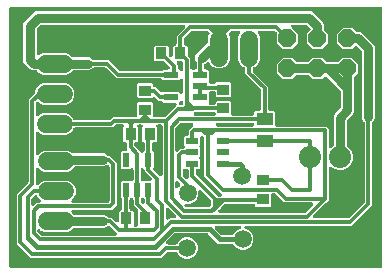
<source format=gbr>
G04 EAGLE Gerber X2 export*
%TF.Part,Single*%
%TF.FileFunction,Copper,L2,Bot,Mixed*%
%TF.FilePolarity,Positive*%
%TF.GenerationSoftware,Autodesk,EAGLE,9.2.2*%
%TF.CreationDate,2020-03-12T07:58:02Z*%
G75*
%MOMM*%
%FSLAX34Y34*%
%LPD*%
%INBottom Copper*%
%AMOC8*
5,1,8,0,0,1.08239X$1,22.5*%
G01*
%ADD10C,1.875000*%
%ADD11R,1.050000X0.550000*%
%ADD12R,1.450000X1.050000*%
%ADD13R,1.000000X0.950000*%
%ADD14R,1.200000X0.600000*%
%ADD15R,0.950000X1.000000*%
%ADD16R,0.600000X1.200000*%
%ADD17C,1.524000*%
%ADD18P,1.649562X8X202.500000*%
%ADD19C,0.300000*%
%ADD20C,1.500000*%
%ADD21C,0.400000*%
%ADD22C,0.800000*%

G36*
X495335Y452911D02*
X495335Y452911D01*
X495371Y452908D01*
X495507Y452931D01*
X495643Y452947D01*
X495677Y452959D01*
X495712Y452964D01*
X495839Y453017D01*
X495969Y453064D01*
X495998Y453084D01*
X496031Y453097D01*
X496143Y453178D01*
X496258Y453253D01*
X496283Y453279D01*
X496311Y453299D01*
X496402Y453404D01*
X496497Y453503D01*
X496515Y453534D01*
X496538Y453560D01*
X496602Y453683D01*
X496672Y453801D01*
X496682Y453835D01*
X496699Y453867D01*
X496733Y454000D01*
X496774Y454132D01*
X496776Y454167D01*
X496785Y454201D01*
X496799Y454406D01*
X496799Y673100D01*
X496795Y673135D01*
X496798Y673171D01*
X496775Y673307D01*
X496759Y673443D01*
X496747Y673477D01*
X496742Y673512D01*
X496689Y673639D01*
X496642Y673769D01*
X496623Y673798D01*
X496609Y673831D01*
X496528Y673943D01*
X496453Y674058D01*
X496427Y674083D01*
X496407Y674111D01*
X496303Y674202D01*
X496203Y674297D01*
X496172Y674315D01*
X496146Y674338D01*
X496023Y674402D01*
X495905Y674472D01*
X495871Y674482D01*
X495839Y674499D01*
X495706Y674533D01*
X495574Y674574D01*
X495539Y674576D01*
X495505Y674585D01*
X495300Y674599D01*
X182880Y674599D01*
X182845Y674595D01*
X182809Y674598D01*
X182673Y674575D01*
X182537Y674559D01*
X182503Y674547D01*
X182468Y674542D01*
X182341Y674489D01*
X182211Y674442D01*
X182182Y674423D01*
X182149Y674409D01*
X182037Y674328D01*
X181922Y674253D01*
X181897Y674227D01*
X181869Y674207D01*
X181778Y674103D01*
X181683Y674003D01*
X181665Y673972D01*
X181642Y673946D01*
X181578Y673823D01*
X181508Y673705D01*
X181498Y673671D01*
X181481Y673639D01*
X181447Y673506D01*
X181406Y673374D01*
X181404Y673339D01*
X181395Y673305D01*
X181381Y673100D01*
X181381Y454406D01*
X181385Y454371D01*
X181382Y454335D01*
X181405Y454199D01*
X181421Y454063D01*
X181433Y454029D01*
X181438Y453994D01*
X181491Y453867D01*
X181538Y453737D01*
X181558Y453708D01*
X181571Y453675D01*
X181652Y453563D01*
X181727Y453448D01*
X181753Y453423D01*
X181773Y453395D01*
X181878Y453304D01*
X181977Y453209D01*
X182008Y453191D01*
X182034Y453168D01*
X182157Y453104D01*
X182275Y453034D01*
X182309Y453024D01*
X182341Y453007D01*
X182474Y452973D01*
X182606Y452932D01*
X182641Y452930D01*
X182675Y452921D01*
X182880Y452907D01*
X495300Y452907D01*
X495335Y452911D01*
G37*
%LPC*%
G36*
X330183Y461129D02*
X330183Y461129D01*
X326866Y462503D01*
X324327Y465042D01*
X323846Y466204D01*
X323803Y466280D01*
X323770Y466361D01*
X323720Y466431D01*
X323678Y466506D01*
X323619Y466571D01*
X323568Y466641D01*
X323503Y466698D01*
X323445Y466761D01*
X323372Y466811D01*
X323306Y466868D01*
X323230Y466908D01*
X323159Y466957D01*
X323078Y466988D01*
X323000Y467029D01*
X322917Y467050D01*
X322837Y467081D01*
X322750Y467093D01*
X322666Y467115D01*
X322522Y467125D01*
X322495Y467129D01*
X322483Y467128D01*
X322461Y467129D01*
X315818Y467129D01*
X315680Y467113D01*
X315540Y467103D01*
X315508Y467093D01*
X315474Y467089D01*
X315344Y467042D01*
X315210Y467001D01*
X315181Y466983D01*
X315149Y466972D01*
X315032Y466896D01*
X314912Y466825D01*
X314878Y466795D01*
X314860Y466783D01*
X314836Y466759D01*
X314758Y466690D01*
X309863Y461795D01*
X199407Y461795D01*
X187475Y473727D01*
X187475Y515603D01*
X197196Y525324D01*
X197264Y525409D01*
X197319Y525467D01*
X197333Y525491D01*
X197374Y525538D01*
X197390Y525568D01*
X197411Y525595D01*
X197470Y525721D01*
X197487Y525754D01*
X197494Y525765D01*
X197495Y525769D01*
X197535Y525844D01*
X197543Y525877D01*
X197558Y525908D01*
X197586Y526044D01*
X197621Y526179D01*
X197624Y526224D01*
X197629Y526246D01*
X197628Y526280D01*
X197635Y526384D01*
X197635Y595613D01*
X202506Y600484D01*
X202593Y600593D01*
X202684Y600698D01*
X202700Y600728D01*
X202721Y600755D01*
X202780Y600881D01*
X202845Y601004D01*
X202853Y601037D01*
X202868Y601068D01*
X202896Y601204D01*
X202931Y601339D01*
X202934Y601384D01*
X202939Y601406D01*
X202938Y601440D01*
X202945Y601544D01*
X202945Y602529D01*
X204337Y605890D01*
X206910Y608463D01*
X210271Y609855D01*
X229149Y609855D01*
X232510Y608463D01*
X235083Y605890D01*
X236475Y602529D01*
X236475Y598891D01*
X235083Y595530D01*
X232510Y592957D01*
X229149Y591565D01*
X210271Y591565D01*
X206910Y592957D01*
X206283Y593585D01*
X206255Y593607D01*
X206232Y593633D01*
X206120Y593714D01*
X206012Y593799D01*
X205980Y593814D01*
X205951Y593835D01*
X205823Y593888D01*
X205699Y593946D01*
X205664Y593954D01*
X205631Y593967D01*
X205495Y593989D01*
X205360Y594018D01*
X205325Y594017D01*
X205290Y594022D01*
X205152Y594013D01*
X205015Y594009D01*
X204980Y594000D01*
X204945Y593998D01*
X204813Y593957D01*
X204680Y593922D01*
X204649Y593906D01*
X204615Y593895D01*
X204496Y593825D01*
X204374Y593761D01*
X204348Y593738D01*
X204317Y593720D01*
X204162Y593585D01*
X204124Y593546D01*
X204115Y593534D01*
X204114Y593534D01*
X204111Y593530D01*
X204037Y593437D01*
X203946Y593332D01*
X203930Y593302D01*
X203909Y593275D01*
X203850Y593149D01*
X203785Y593026D01*
X203777Y592993D01*
X203762Y592962D01*
X203734Y592826D01*
X203699Y592691D01*
X203696Y592646D01*
X203691Y592624D01*
X203692Y592590D01*
X203685Y592486D01*
X203685Y583457D01*
X203697Y583353D01*
X203699Y583249D01*
X203717Y583182D01*
X203725Y583113D01*
X203760Y583015D01*
X203786Y582914D01*
X203819Y582853D01*
X203842Y582788D01*
X203899Y582701D01*
X203948Y582609D01*
X203993Y582556D01*
X204031Y582499D01*
X204106Y582427D01*
X204175Y582348D01*
X204231Y582308D01*
X204281Y582260D01*
X204371Y582207D01*
X204456Y582146D01*
X204520Y582120D01*
X204579Y582085D01*
X204679Y582054D01*
X204775Y582014D01*
X204844Y582003D01*
X204910Y581983D01*
X205014Y581976D01*
X205117Y581959D01*
X205186Y581964D01*
X205255Y581959D01*
X205357Y581976D01*
X205462Y581983D01*
X205528Y582004D01*
X205596Y582015D01*
X205692Y582055D01*
X205792Y582086D01*
X205851Y582121D01*
X205915Y582148D01*
X206000Y582209D01*
X206089Y582262D01*
X206168Y582330D01*
X206195Y582350D01*
X206210Y582367D01*
X206244Y582397D01*
X206910Y583063D01*
X210271Y584455D01*
X229149Y584455D01*
X232510Y583063D01*
X235083Y580490D01*
X235592Y579260D01*
X235635Y579184D01*
X235668Y579103D01*
X235718Y579033D01*
X235760Y578958D01*
X235819Y578893D01*
X235870Y578823D01*
X235935Y578766D01*
X235993Y578703D01*
X236065Y578653D01*
X236132Y578596D01*
X236208Y578556D01*
X236278Y578507D01*
X236360Y578476D01*
X236438Y578435D01*
X236521Y578414D01*
X236601Y578383D01*
X236688Y578371D01*
X236772Y578349D01*
X236916Y578339D01*
X236943Y578335D01*
X236955Y578336D01*
X236977Y578335D01*
X265842Y578335D01*
X265980Y578351D01*
X266120Y578361D01*
X266152Y578371D01*
X266186Y578375D01*
X266316Y578422D01*
X266450Y578463D01*
X266479Y578481D01*
X266511Y578492D01*
X266628Y578568D01*
X266748Y578639D01*
X266782Y578669D01*
X266800Y578681D01*
X266824Y578705D01*
X266902Y578774D01*
X269003Y580875D01*
X288394Y580875D01*
X288429Y580879D01*
X288465Y580876D01*
X288601Y580899D01*
X288737Y580915D01*
X288771Y580927D01*
X288806Y580932D01*
X288933Y580985D01*
X289063Y581032D01*
X289092Y581051D01*
X289125Y581065D01*
X289237Y581146D01*
X289352Y581221D01*
X289377Y581247D01*
X289405Y581267D01*
X289496Y581371D01*
X289591Y581471D01*
X289609Y581502D01*
X289632Y581528D01*
X289696Y581651D01*
X289766Y581769D01*
X289776Y581803D01*
X289793Y581835D01*
X289827Y581968D01*
X289868Y582100D01*
X289870Y582135D01*
X289879Y582169D01*
X289893Y582374D01*
X289893Y592758D01*
X290786Y593651D01*
X302050Y593651D01*
X302943Y592758D01*
X302943Y582374D01*
X302947Y582339D01*
X302944Y582303D01*
X302967Y582167D01*
X302983Y582031D01*
X302995Y581997D01*
X303000Y581962D01*
X303053Y581835D01*
X303100Y581705D01*
X303119Y581676D01*
X303133Y581643D01*
X303214Y581531D01*
X303289Y581416D01*
X303315Y581391D01*
X303335Y581363D01*
X303440Y581272D01*
X303539Y581177D01*
X303570Y581159D01*
X303596Y581136D01*
X303719Y581072D01*
X303837Y581002D01*
X303871Y580992D01*
X303903Y580975D01*
X304036Y580941D01*
X304168Y580900D01*
X304203Y580898D01*
X304237Y580889D01*
X304442Y580875D01*
X312070Y580875D01*
X312208Y580891D01*
X312348Y580901D01*
X312380Y580911D01*
X312414Y580915D01*
X312544Y580962D01*
X312678Y581003D01*
X312707Y581021D01*
X312739Y581032D01*
X312856Y581108D01*
X312976Y581179D01*
X313010Y581209D01*
X313028Y581221D01*
X313052Y581245D01*
X313130Y581314D01*
X322546Y590730D01*
X322611Y590812D01*
X322683Y590887D01*
X322718Y590947D01*
X322761Y591001D01*
X322805Y591095D01*
X322858Y591185D01*
X322878Y591251D01*
X322908Y591314D01*
X322929Y591416D01*
X322960Y591516D01*
X322965Y591585D01*
X322979Y591652D01*
X322977Y591756D01*
X322984Y591861D01*
X322973Y591929D01*
X322971Y591998D01*
X322945Y592099D01*
X322928Y592202D01*
X322901Y592266D01*
X322884Y592332D01*
X322835Y592425D01*
X322795Y592521D01*
X322755Y592577D01*
X322722Y592638D01*
X322654Y592717D01*
X322593Y592801D01*
X322541Y592847D01*
X322495Y592899D01*
X322411Y592960D01*
X322332Y593028D01*
X322271Y593060D01*
X322214Y593101D01*
X322118Y593140D01*
X322026Y593189D01*
X321959Y593206D01*
X321895Y593233D01*
X321792Y593249D01*
X321691Y593275D01*
X321587Y593282D01*
X321554Y593288D01*
X321531Y593286D01*
X321486Y593289D01*
X311576Y593289D01*
X310262Y594604D01*
X310152Y594691D01*
X310047Y594782D01*
X310017Y594798D01*
X309991Y594819D01*
X309865Y594878D01*
X309741Y594943D01*
X309708Y594951D01*
X309678Y594966D01*
X309541Y594994D01*
X309406Y595029D01*
X309361Y595032D01*
X309339Y595037D01*
X309306Y595036D01*
X309201Y595043D01*
X308093Y595043D01*
X305102Y598034D01*
X305075Y598056D01*
X305051Y598083D01*
X304939Y598163D01*
X304831Y598249D01*
X304799Y598264D01*
X304771Y598284D01*
X304643Y598337D01*
X304518Y598395D01*
X304484Y598403D01*
X304451Y598416D01*
X304315Y598438D01*
X304180Y598467D01*
X304145Y598466D01*
X304110Y598472D01*
X303972Y598462D01*
X303834Y598459D01*
X303800Y598450D01*
X303765Y598447D01*
X303633Y598406D01*
X303500Y598371D01*
X303469Y598355D01*
X303435Y598344D01*
X303316Y598274D01*
X303194Y598210D01*
X303167Y598187D01*
X303137Y598169D01*
X302982Y598034D01*
X302050Y597101D01*
X290786Y597101D01*
X289893Y597994D01*
X289893Y608758D01*
X290786Y609651D01*
X302050Y609651D01*
X302943Y608758D01*
X302943Y607900D01*
X302947Y607865D01*
X302944Y607829D01*
X302967Y607693D01*
X302983Y607557D01*
X302995Y607523D01*
X303000Y607488D01*
X303053Y607361D01*
X303100Y607231D01*
X303119Y607202D01*
X303133Y607169D01*
X303214Y607057D01*
X303289Y606942D01*
X303315Y606917D01*
X303335Y606889D01*
X303439Y606798D01*
X303539Y606703D01*
X303570Y606685D01*
X303596Y606662D01*
X303719Y606598D01*
X303837Y606528D01*
X303871Y606518D01*
X303903Y606501D01*
X304036Y606467D01*
X304168Y606426D01*
X304203Y606424D01*
X304237Y606415D01*
X304442Y606401D01*
X305291Y606401D01*
X307502Y604190D01*
X309405Y602287D01*
X309432Y602265D01*
X309456Y602238D01*
X309568Y602158D01*
X309676Y602072D01*
X309708Y602057D01*
X309736Y602037D01*
X309864Y601984D01*
X309989Y601926D01*
X310023Y601918D01*
X310056Y601905D01*
X310192Y601883D01*
X310327Y601854D01*
X310362Y601855D01*
X310397Y601849D01*
X310535Y601859D01*
X310673Y601862D01*
X310707Y601871D01*
X310742Y601874D01*
X310874Y601915D01*
X311007Y601950D01*
X311038Y601966D01*
X311072Y601977D01*
X311191Y602047D01*
X311313Y602111D01*
X311340Y602134D01*
X311370Y602152D01*
X311525Y602287D01*
X311576Y602339D01*
X324840Y602339D01*
X325886Y601292D01*
X325968Y601228D01*
X326043Y601156D01*
X326103Y601121D01*
X326157Y601078D01*
X326251Y601033D01*
X326341Y600981D01*
X326407Y600960D01*
X326470Y600931D01*
X326572Y600909D01*
X326672Y600879D01*
X326741Y600874D01*
X326808Y600860D01*
X326912Y600862D01*
X327017Y600855D01*
X327085Y600866D01*
X327154Y600868D01*
X327255Y600894D01*
X327358Y600911D01*
X327422Y600937D01*
X327488Y600955D01*
X327581Y601004D01*
X327677Y601044D01*
X327733Y601084D01*
X327794Y601116D01*
X327873Y601185D01*
X327957Y601246D01*
X328003Y601298D01*
X328055Y601343D01*
X328116Y601428D01*
X328184Y601507D01*
X328216Y601568D01*
X328257Y601624D01*
X328296Y601720D01*
X328345Y601813D01*
X328362Y601880D01*
X328388Y601944D01*
X328405Y602047D01*
X328431Y602148D01*
X328438Y602252D01*
X328444Y602285D01*
X328442Y602308D01*
X328445Y602353D01*
X328445Y612275D01*
X328433Y612379D01*
X328431Y612483D01*
X328413Y612550D01*
X328405Y612619D01*
X328370Y612717D01*
X328344Y612818D01*
X328311Y612879D01*
X328288Y612944D01*
X328231Y613031D01*
X328182Y613124D01*
X328137Y613176D01*
X328099Y613234D01*
X328024Y613306D01*
X327955Y613384D01*
X327899Y613425D01*
X327849Y613472D01*
X327759Y613525D01*
X327674Y613586D01*
X327610Y613612D01*
X327551Y613647D01*
X327451Y613678D01*
X327355Y613718D01*
X327286Y613729D01*
X327220Y613749D01*
X327116Y613757D01*
X327013Y613773D01*
X326944Y613768D01*
X326875Y613773D01*
X326773Y613756D01*
X326668Y613749D01*
X326602Y613728D01*
X326534Y613717D01*
X326438Y613677D01*
X326338Y613646D01*
X326279Y613611D01*
X326215Y613584D01*
X326131Y613523D01*
X326041Y613470D01*
X325962Y613402D01*
X325935Y613382D01*
X325920Y613365D01*
X325886Y613336D01*
X324840Y612289D01*
X311576Y612289D01*
X310516Y613350D01*
X310406Y613437D01*
X310301Y613528D01*
X310271Y613544D01*
X310245Y613565D01*
X310119Y613624D01*
X309995Y613689D01*
X309962Y613697D01*
X309932Y613712D01*
X309795Y613740D01*
X309660Y613775D01*
X309615Y613778D01*
X309593Y613783D01*
X309560Y613782D01*
X309455Y613789D01*
X272203Y613789D01*
X263346Y622646D01*
X263237Y622733D01*
X263132Y622824D01*
X263102Y622840D01*
X263075Y622861D01*
X262949Y622920D01*
X262826Y622985D01*
X262793Y622993D01*
X262762Y623008D01*
X262626Y623036D01*
X262491Y623071D01*
X262446Y623074D01*
X262424Y623079D01*
X262390Y623078D01*
X262286Y623085D01*
X253059Y623085D01*
X252921Y623069D01*
X252782Y623059D01*
X252750Y623049D01*
X252716Y623045D01*
X252585Y622998D01*
X252452Y622957D01*
X252423Y622939D01*
X252391Y622928D01*
X252274Y622852D01*
X252154Y622781D01*
X252120Y622751D01*
X252101Y622739D01*
X252078Y622715D01*
X251999Y622646D01*
X250780Y621426D01*
X248749Y620585D01*
X235359Y620585D01*
X235221Y620569D01*
X235081Y620559D01*
X235049Y620549D01*
X235015Y620545D01*
X234884Y620498D01*
X234751Y620457D01*
X234722Y620439D01*
X234690Y620428D01*
X234573Y620352D01*
X234453Y620281D01*
X234419Y620251D01*
X234401Y620239D01*
X234377Y620215D01*
X234299Y620146D01*
X232510Y618357D01*
X229149Y616965D01*
X210271Y616965D01*
X206910Y618357D01*
X205121Y620146D01*
X205012Y620233D01*
X204907Y620324D01*
X204877Y620340D01*
X204850Y620361D01*
X204724Y620420D01*
X204601Y620485D01*
X204568Y620493D01*
X204537Y620508D01*
X204401Y620536D01*
X204266Y620571D01*
X204221Y620574D01*
X204199Y620579D01*
X204165Y620578D01*
X204061Y620585D01*
X201085Y620585D01*
X199054Y621426D01*
X194198Y626282D01*
X193357Y628313D01*
X193357Y659467D01*
X194198Y661498D01*
X202356Y669656D01*
X204387Y670497D01*
X436455Y670497D01*
X438486Y669656D01*
X446898Y661244D01*
X447739Y659213D01*
X447739Y655729D01*
X447755Y655591D01*
X447765Y655451D01*
X447775Y655419D01*
X447779Y655385D01*
X447826Y655255D01*
X447867Y655121D01*
X447885Y655092D01*
X447896Y655060D01*
X447972Y654943D01*
X448043Y654823D01*
X448073Y654789D01*
X448085Y654771D01*
X448109Y654747D01*
X448178Y654669D01*
X451359Y651488D01*
X451359Y643912D01*
X446002Y638555D01*
X438426Y638555D01*
X433069Y643912D01*
X433069Y651488D01*
X435988Y654407D01*
X436010Y654434D01*
X436037Y654458D01*
X436117Y654570D01*
X436203Y654678D01*
X436218Y654710D01*
X436238Y654739D01*
X436291Y654866D01*
X436350Y654991D01*
X436357Y655025D01*
X436370Y655058D01*
X436392Y655194D01*
X436421Y655329D01*
X436420Y655364D01*
X436426Y655399D01*
X436416Y655537D01*
X436413Y655675D01*
X436404Y655709D01*
X436401Y655744D01*
X436360Y655876D01*
X436326Y656009D01*
X436309Y656041D01*
X436298Y656074D01*
X436229Y656193D01*
X436164Y656315D01*
X436141Y656342D01*
X436123Y656372D01*
X435988Y656527D01*
X433507Y659008D01*
X433398Y659095D01*
X433292Y659186D01*
X433262Y659202D01*
X433236Y659223D01*
X433110Y659282D01*
X432986Y659347D01*
X432953Y659355D01*
X432923Y659370D01*
X432786Y659398D01*
X432651Y659433D01*
X432606Y659436D01*
X432584Y659441D01*
X432551Y659440D01*
X432447Y659447D01*
X421619Y659447D01*
X421515Y659435D01*
X421411Y659433D01*
X421344Y659415D01*
X421275Y659407D01*
X421177Y659372D01*
X421076Y659346D01*
X421015Y659313D01*
X420950Y659290D01*
X420863Y659233D01*
X420771Y659184D01*
X420719Y659139D01*
X420661Y659101D01*
X420589Y659026D01*
X420510Y658957D01*
X420470Y658901D01*
X420422Y658851D01*
X420369Y658761D01*
X420308Y658676D01*
X420282Y658612D01*
X420247Y658553D01*
X420216Y658453D01*
X420176Y658357D01*
X420165Y658288D01*
X420145Y658222D01*
X420138Y658118D01*
X420121Y658015D01*
X420126Y657946D01*
X420121Y657877D01*
X420138Y657775D01*
X420145Y657670D01*
X420166Y657604D01*
X420177Y657536D01*
X420217Y657440D01*
X420248Y657340D01*
X420283Y657281D01*
X420310Y657217D01*
X420371Y657132D01*
X420424Y657043D01*
X420492Y656964D01*
X420512Y656937D01*
X420529Y656922D01*
X420559Y656888D01*
X425959Y651488D01*
X425959Y643912D01*
X420602Y638555D01*
X413026Y638555D01*
X407669Y643912D01*
X407669Y651815D01*
X407680Y651881D01*
X407709Y652016D01*
X407708Y652052D01*
X407713Y652087D01*
X407704Y652224D01*
X407700Y652362D01*
X407692Y652396D01*
X407689Y652432D01*
X407648Y652563D01*
X407613Y652696D01*
X407597Y652728D01*
X407586Y652762D01*
X407516Y652880D01*
X407452Y653002D01*
X407429Y653029D01*
X407411Y653060D01*
X407276Y653215D01*
X406602Y653888D01*
X406493Y653975D01*
X406388Y654066D01*
X406358Y654082D01*
X406331Y654103D01*
X406205Y654162D01*
X406082Y654227D01*
X406049Y654235D01*
X406018Y654250D01*
X405882Y654278D01*
X405747Y654313D01*
X405702Y654316D01*
X405680Y654321D01*
X405646Y654320D01*
X405542Y654327D01*
X393211Y654327D01*
X393107Y654315D01*
X393003Y654313D01*
X392936Y654295D01*
X392867Y654287D01*
X392769Y654252D01*
X392668Y654226D01*
X392607Y654193D01*
X392542Y654170D01*
X392455Y654113D01*
X392362Y654064D01*
X392310Y654019D01*
X392253Y653981D01*
X392181Y653906D01*
X392102Y653837D01*
X392062Y653781D01*
X392014Y653731D01*
X391961Y653641D01*
X391900Y653556D01*
X391874Y653492D01*
X391839Y653433D01*
X391808Y653333D01*
X391768Y653236D01*
X391757Y653168D01*
X391737Y653102D01*
X391730Y652998D01*
X391713Y652895D01*
X391718Y652826D01*
X391713Y652757D01*
X391730Y652655D01*
X391738Y652550D01*
X391758Y652484D01*
X391769Y652416D01*
X391809Y652320D01*
X391840Y652220D01*
X391875Y652161D01*
X391902Y652097D01*
X391963Y652012D01*
X392016Y651922D01*
X392043Y651891D01*
X393447Y648503D01*
X393447Y629625D01*
X392055Y626264D01*
X389482Y623691D01*
X388252Y623182D01*
X388176Y623139D01*
X388095Y623106D01*
X388025Y623056D01*
X387950Y623014D01*
X387885Y622955D01*
X387815Y622904D01*
X387758Y622839D01*
X387695Y622781D01*
X387645Y622709D01*
X387588Y622642D01*
X387548Y622566D01*
X387499Y622496D01*
X387468Y622414D01*
X387427Y622336D01*
X387406Y622253D01*
X387375Y622173D01*
X387363Y622086D01*
X387341Y622002D01*
X387331Y621858D01*
X387327Y621831D01*
X387328Y621819D01*
X387327Y621797D01*
X387327Y620618D01*
X387343Y620480D01*
X387353Y620340D01*
X387363Y620308D01*
X387367Y620274D01*
X387414Y620144D01*
X387455Y620010D01*
X387473Y619981D01*
X387484Y619949D01*
X387560Y619832D01*
X387631Y619712D01*
X387661Y619678D01*
X387673Y619660D01*
X387697Y619636D01*
X387766Y619558D01*
X400535Y606789D01*
X400535Y588004D01*
X400539Y587969D01*
X400536Y587933D01*
X400559Y587797D01*
X400575Y587661D01*
X400587Y587627D01*
X400592Y587592D01*
X400645Y587465D01*
X400692Y587335D01*
X400711Y587306D01*
X400725Y587273D01*
X400806Y587161D01*
X400881Y587046D01*
X400907Y587021D01*
X400927Y586993D01*
X401031Y586902D01*
X401131Y586807D01*
X401162Y586789D01*
X401188Y586766D01*
X401311Y586702D01*
X401429Y586632D01*
X401463Y586622D01*
X401495Y586605D01*
X401628Y586571D01*
X401760Y586530D01*
X401795Y586528D01*
X401829Y586519D01*
X402034Y586505D01*
X405392Y586505D01*
X406285Y585612D01*
X406285Y574500D01*
X406289Y574465D01*
X406286Y574429D01*
X406309Y574293D01*
X406325Y574157D01*
X406337Y574123D01*
X406342Y574088D01*
X406395Y573961D01*
X406442Y573831D01*
X406461Y573802D01*
X406475Y573769D01*
X406556Y573657D01*
X406631Y573542D01*
X406657Y573517D01*
X406677Y573489D01*
X406781Y573398D01*
X406881Y573303D01*
X406912Y573285D01*
X406938Y573262D01*
X407061Y573198D01*
X407179Y573128D01*
X407213Y573118D01*
X407245Y573101D01*
X407378Y573067D01*
X407510Y573026D01*
X407545Y573024D01*
X407579Y573015D01*
X407784Y573001D01*
X450071Y573001D01*
X451843Y571229D01*
X451843Y556475D01*
X451855Y556371D01*
X451857Y556267D01*
X451875Y556200D01*
X451883Y556131D01*
X451918Y556033D01*
X451944Y555932D01*
X451977Y555871D01*
X452000Y555806D01*
X452057Y555719D01*
X452106Y555627D01*
X452151Y555574D01*
X452189Y555517D01*
X452264Y555445D01*
X452333Y555366D01*
X452389Y555326D01*
X452439Y555278D01*
X452529Y555225D01*
X452614Y555164D01*
X452678Y555138D01*
X452737Y555103D01*
X452837Y555072D01*
X452933Y555032D01*
X453002Y555021D01*
X453068Y555001D01*
X453172Y554994D01*
X453275Y554977D01*
X453344Y554982D01*
X453413Y554977D01*
X453515Y554994D01*
X453620Y555001D01*
X453686Y555022D01*
X453754Y555033D01*
X453850Y555073D01*
X453950Y555104D01*
X454009Y555139D01*
X454073Y555166D01*
X454158Y555227D01*
X454247Y555280D01*
X454326Y555348D01*
X454353Y555368D01*
X454368Y555385D01*
X454402Y555415D01*
X455554Y556567D01*
X455641Y556676D01*
X455732Y556781D01*
X455748Y556811D01*
X455769Y556838D01*
X455828Y556964D01*
X455893Y557087D01*
X455901Y557120D01*
X455916Y557151D01*
X455944Y557287D01*
X455979Y557422D01*
X455982Y557467D01*
X455987Y557489D01*
X455986Y557523D01*
X455993Y557627D01*
X455993Y581743D01*
X456834Y583774D01*
X461650Y588589D01*
X461737Y588698D01*
X461828Y588804D01*
X461844Y588834D01*
X461865Y588860D01*
X461924Y588986D01*
X461989Y589110D01*
X461997Y589143D01*
X462012Y589173D01*
X462040Y589310D01*
X462075Y589445D01*
X462078Y589490D01*
X462083Y589512D01*
X462082Y589545D01*
X462089Y589649D01*
X462089Y602627D01*
X462073Y602765D01*
X462063Y602904D01*
X462053Y602936D01*
X462049Y602970D01*
X462002Y603101D01*
X461961Y603234D01*
X461943Y603263D01*
X461932Y603295D01*
X461856Y603412D01*
X461785Y603532D01*
X461755Y603566D01*
X461743Y603585D01*
X461719Y603608D01*
X461650Y603687D01*
X450152Y615185D01*
X450124Y615207D01*
X450101Y615234D01*
X449989Y615314D01*
X449881Y615400D01*
X449849Y615415D01*
X449820Y615435D01*
X449693Y615488D01*
X449568Y615547D01*
X449533Y615554D01*
X449500Y615567D01*
X449364Y615589D01*
X449230Y615618D01*
X449194Y615617D01*
X449159Y615623D01*
X449022Y615613D01*
X448884Y615610D01*
X448850Y615601D01*
X448814Y615598D01*
X448683Y615557D01*
X448549Y615523D01*
X448518Y615506D01*
X448484Y615495D01*
X448365Y615425D01*
X448244Y615361D01*
X448217Y615338D01*
X448186Y615320D01*
X448032Y615185D01*
X446002Y613155D01*
X438426Y613155D01*
X435245Y616336D01*
X435136Y616423D01*
X435031Y616514D01*
X435001Y616530D01*
X434974Y616551D01*
X434848Y616610D01*
X434725Y616675D01*
X434692Y616683D01*
X434661Y616698D01*
X434525Y616726D01*
X434390Y616761D01*
X434345Y616764D01*
X434323Y616769D01*
X434289Y616768D01*
X434185Y616775D01*
X424843Y616775D01*
X424705Y616759D01*
X424565Y616749D01*
X424533Y616739D01*
X424499Y616735D01*
X424369Y616688D01*
X424235Y616647D01*
X424206Y616629D01*
X424174Y616618D01*
X424057Y616542D01*
X423937Y616471D01*
X423903Y616441D01*
X423885Y616429D01*
X423861Y616405D01*
X423783Y616336D01*
X420602Y613155D01*
X413026Y613155D01*
X407669Y618512D01*
X407669Y626088D01*
X413026Y631445D01*
X420602Y631445D01*
X423783Y628264D01*
X423892Y628177D01*
X423997Y628086D01*
X424027Y628070D01*
X424054Y628049D01*
X424180Y627990D01*
X424303Y627925D01*
X424336Y627917D01*
X424367Y627902D01*
X424503Y627874D01*
X424638Y627839D01*
X424683Y627836D01*
X424705Y627831D01*
X424739Y627832D01*
X424843Y627825D01*
X434185Y627825D01*
X434323Y627841D01*
X434463Y627851D01*
X434495Y627861D01*
X434529Y627865D01*
X434660Y627912D01*
X434793Y627953D01*
X434822Y627971D01*
X434854Y627982D01*
X434971Y628058D01*
X435091Y628129D01*
X435125Y628159D01*
X435143Y628171D01*
X435167Y628195D01*
X435245Y628264D01*
X438426Y631445D01*
X446002Y631445D01*
X449183Y628264D01*
X449292Y628177D01*
X449397Y628086D01*
X449427Y628070D01*
X449454Y628049D01*
X449580Y627990D01*
X449703Y627925D01*
X449736Y627917D01*
X449767Y627902D01*
X449903Y627874D01*
X450038Y627839D01*
X450083Y627836D01*
X450105Y627831D01*
X450139Y627832D01*
X450243Y627825D01*
X459585Y627825D01*
X459723Y627841D01*
X459863Y627851D01*
X459895Y627861D01*
X459929Y627865D01*
X460060Y627912D01*
X460193Y627953D01*
X460222Y627971D01*
X460254Y627982D01*
X460371Y628058D01*
X460491Y628129D01*
X460525Y628159D01*
X460543Y628171D01*
X460567Y628195D01*
X460645Y628264D01*
X463826Y631445D01*
X471402Y631445D01*
X476759Y626088D01*
X476759Y618512D01*
X473578Y615331D01*
X473491Y615222D01*
X473400Y615117D01*
X473384Y615087D01*
X473363Y615060D01*
X473304Y614934D01*
X473239Y614811D01*
X473231Y614778D01*
X473216Y614747D01*
X473188Y614611D01*
X473153Y614476D01*
X473150Y614431D01*
X473145Y614409D01*
X473146Y614375D01*
X473139Y614271D01*
X473139Y585641D01*
X472298Y583610D01*
X467482Y578795D01*
X467395Y578686D01*
X467304Y578580D01*
X467288Y578550D01*
X467267Y578524D01*
X467208Y578398D01*
X467143Y578274D01*
X467135Y578241D01*
X467120Y578211D01*
X467092Y578074D01*
X467057Y577939D01*
X467054Y577894D01*
X467049Y577872D01*
X467050Y577839D01*
X467043Y577735D01*
X467043Y557627D01*
X467059Y557489D01*
X467069Y557349D01*
X467079Y557317D01*
X467083Y557283D01*
X467130Y557152D01*
X467171Y557019D01*
X467189Y556990D01*
X467200Y556958D01*
X467276Y556841D01*
X467347Y556721D01*
X467377Y556687D01*
X467389Y556669D01*
X467413Y556645D01*
X467482Y556567D01*
X470758Y553290D01*
X472418Y549284D01*
X472418Y544948D01*
X470758Y540942D01*
X467692Y537876D01*
X463686Y536216D01*
X459350Y536216D01*
X455344Y537876D01*
X454402Y538817D01*
X454320Y538882D01*
X454245Y538954D01*
X454185Y538989D01*
X454131Y539032D01*
X454037Y539076D01*
X453947Y539129D01*
X453881Y539149D01*
X453818Y539179D01*
X453716Y539200D01*
X453616Y539231D01*
X453547Y539236D01*
X453480Y539250D01*
X453376Y539248D01*
X453271Y539255D01*
X453203Y539244D01*
X453134Y539242D01*
X453033Y539216D01*
X452930Y539199D01*
X452867Y539172D01*
X452800Y539155D01*
X452707Y539106D01*
X452611Y539066D01*
X452555Y539026D01*
X452494Y538993D01*
X452415Y538925D01*
X452331Y538864D01*
X452285Y538812D01*
X452233Y538766D01*
X452172Y538682D01*
X452104Y538603D01*
X452072Y538541D01*
X452031Y538485D01*
X451992Y538389D01*
X451943Y538297D01*
X451926Y538230D01*
X451900Y538166D01*
X451883Y538063D01*
X451857Y537962D01*
X451850Y537858D01*
X451844Y537825D01*
X451846Y537802D01*
X451843Y537757D01*
X451843Y511065D01*
X449124Y508346D01*
X438614Y497836D01*
X438549Y497754D01*
X438477Y497679D01*
X438442Y497619D01*
X438399Y497565D01*
X438355Y497471D01*
X438302Y497381D01*
X438282Y497315D01*
X438252Y497252D01*
X438231Y497150D01*
X438200Y497050D01*
X438195Y496981D01*
X438181Y496914D01*
X438183Y496810D01*
X438176Y496705D01*
X438187Y496637D01*
X438189Y496568D01*
X438215Y496467D01*
X438232Y496364D01*
X438259Y496300D01*
X438276Y496234D01*
X438325Y496141D01*
X438365Y496045D01*
X438405Y495989D01*
X438438Y495928D01*
X438506Y495849D01*
X438567Y495765D01*
X438619Y495719D01*
X438665Y495667D01*
X438749Y495606D01*
X438828Y495538D01*
X438889Y495506D01*
X438946Y495465D01*
X439042Y495426D01*
X439134Y495377D01*
X439201Y495360D01*
X439265Y495333D01*
X439368Y495317D01*
X439469Y495291D01*
X439573Y495284D01*
X439606Y495278D01*
X439629Y495280D01*
X439674Y495277D01*
X468026Y495277D01*
X468164Y495293D01*
X468304Y495303D01*
X468336Y495313D01*
X468370Y495317D01*
X468500Y495364D01*
X468634Y495405D01*
X468663Y495423D01*
X468695Y495434D01*
X468812Y495510D01*
X468932Y495581D01*
X468966Y495611D01*
X468984Y495623D01*
X469008Y495647D01*
X469086Y495716D01*
X481930Y508560D01*
X482017Y508669D01*
X482108Y508774D01*
X482124Y508804D01*
X482145Y508831D01*
X482204Y508957D01*
X482269Y509080D01*
X482277Y509113D01*
X482292Y509144D01*
X482320Y509280D01*
X482355Y509415D01*
X482358Y509460D01*
X482363Y509482D01*
X482362Y509516D01*
X482369Y509620D01*
X482369Y575743D01*
X482353Y575880D01*
X482343Y576020D01*
X482333Y576052D01*
X482329Y576086D01*
X482282Y576217D01*
X482241Y576350D01*
X482223Y576379D01*
X482212Y576411D01*
X482136Y576528D01*
X482065Y576648D01*
X482035Y576682D01*
X482023Y576701D01*
X481999Y576724D01*
X481930Y576803D01*
X480710Y578022D01*
X479869Y580053D01*
X479869Y636409D01*
X479853Y636546D01*
X479843Y636686D01*
X479833Y636718D01*
X479829Y636752D01*
X479782Y636883D01*
X479741Y637016D01*
X479723Y637045D01*
X479712Y637077D01*
X479636Y637194D01*
X479565Y637314D01*
X479535Y637348D01*
X479523Y637367D01*
X479499Y637390D01*
X479430Y637469D01*
X475933Y640966D01*
X475905Y640988D01*
X475882Y641015D01*
X475770Y641095D01*
X475662Y641181D01*
X475630Y641196D01*
X475601Y641216D01*
X475473Y641269D01*
X475349Y641328D01*
X475314Y641335D01*
X475281Y641348D01*
X475145Y641370D01*
X475011Y641399D01*
X474975Y641398D01*
X474940Y641404D01*
X474803Y641394D01*
X474665Y641391D01*
X474631Y641382D01*
X474595Y641379D01*
X474464Y641338D01*
X474330Y641304D01*
X474299Y641287D01*
X474265Y641276D01*
X474146Y641207D01*
X474025Y641142D01*
X473998Y641119D01*
X473967Y641101D01*
X473813Y640966D01*
X471402Y638555D01*
X463826Y638555D01*
X458469Y643912D01*
X458469Y651488D01*
X463826Y656845D01*
X471402Y656845D01*
X474583Y653664D01*
X474692Y653577D01*
X474797Y653486D01*
X474827Y653470D01*
X474854Y653449D01*
X474980Y653390D01*
X475103Y653325D01*
X475136Y653317D01*
X475167Y653302D01*
X475303Y653274D01*
X475438Y653239D01*
X475483Y653236D01*
X475505Y653231D01*
X475539Y653232D01*
X475643Y653225D01*
X478111Y653225D01*
X480142Y652384D01*
X490078Y642448D01*
X490919Y640417D01*
X490919Y580053D01*
X490078Y578022D01*
X488858Y576803D01*
X488771Y576694D01*
X488680Y576588D01*
X488664Y576558D01*
X488643Y576532D01*
X488584Y576406D01*
X488519Y576282D01*
X488511Y576249D01*
X488496Y576219D01*
X488468Y576082D01*
X488433Y575947D01*
X488430Y575902D01*
X488425Y575880D01*
X488426Y575847D01*
X488419Y575743D01*
X488419Y506493D01*
X471153Y489227D01*
X381824Y489227D01*
X381772Y489221D01*
X381720Y489224D01*
X381601Y489201D01*
X381481Y489187D01*
X381432Y489170D01*
X381380Y489160D01*
X381269Y489111D01*
X381156Y489070D01*
X381112Y489041D01*
X381064Y489020D01*
X380967Y488947D01*
X380866Y488881D01*
X380830Y488843D01*
X380788Y488812D01*
X380711Y488718D01*
X380627Y488631D01*
X380601Y488586D01*
X380567Y488546D01*
X380513Y488437D01*
X380452Y488333D01*
X380437Y488283D01*
X380414Y488236D01*
X380386Y488118D01*
X380350Y488002D01*
X380347Y487950D01*
X380335Y487899D01*
X380335Y487778D01*
X380327Y487657D01*
X380335Y487606D01*
X380335Y487554D01*
X380363Y487436D01*
X380383Y487316D01*
X380403Y487268D01*
X380415Y487217D01*
X380469Y487109D01*
X380515Y486997D01*
X380546Y486955D01*
X380569Y486908D01*
X380647Y486815D01*
X380717Y486717D01*
X380757Y486682D01*
X380790Y486642D01*
X380887Y486569D01*
X380979Y486490D01*
X381025Y486466D01*
X381067Y486434D01*
X381250Y486343D01*
X384080Y485171D01*
X386619Y482632D01*
X387993Y479315D01*
X387993Y475725D01*
X386619Y472408D01*
X384080Y469869D01*
X380763Y468495D01*
X377173Y468495D01*
X373856Y469869D01*
X371317Y472408D01*
X371043Y473070D01*
X371000Y473146D01*
X370967Y473227D01*
X370917Y473297D01*
X370875Y473372D01*
X370816Y473436D01*
X370765Y473507D01*
X370700Y473564D01*
X370642Y473627D01*
X370570Y473677D01*
X370503Y473734D01*
X370427Y473774D01*
X370357Y473823D01*
X370275Y473854D01*
X370197Y473895D01*
X370114Y473916D01*
X370034Y473947D01*
X369947Y473959D01*
X369863Y473981D01*
X369719Y473991D01*
X369692Y473995D01*
X369680Y473994D01*
X369658Y473995D01*
X358458Y473995D01*
X350007Y482446D01*
X349898Y482533D01*
X349793Y482624D01*
X349763Y482640D01*
X349736Y482661D01*
X349610Y482720D01*
X349486Y482785D01*
X349454Y482793D01*
X349423Y482808D01*
X349287Y482836D01*
X349152Y482871D01*
X349107Y482874D01*
X349085Y482879D01*
X349051Y482878D01*
X348947Y482885D01*
X322121Y482885D01*
X321983Y482869D01*
X321843Y482859D01*
X321811Y482849D01*
X321778Y482845D01*
X321647Y482798D01*
X321513Y482757D01*
X321484Y482739D01*
X321452Y482728D01*
X321336Y482652D01*
X321216Y482581D01*
X321181Y482551D01*
X321163Y482539D01*
X321140Y482515D01*
X321061Y482446D01*
X314353Y475738D01*
X314288Y475656D01*
X314216Y475581D01*
X314181Y475521D01*
X314138Y475467D01*
X314094Y475373D01*
X314041Y475283D01*
X314021Y475217D01*
X313991Y475154D01*
X313970Y475052D01*
X313939Y474952D01*
X313934Y474883D01*
X313920Y474816D01*
X313922Y474712D01*
X313915Y474607D01*
X313927Y474539D01*
X313928Y474470D01*
X313954Y474369D01*
X313971Y474266D01*
X313998Y474202D01*
X314015Y474136D01*
X314064Y474043D01*
X314104Y473947D01*
X314144Y473891D01*
X314177Y473830D01*
X314245Y473751D01*
X314306Y473667D01*
X314359Y473621D01*
X314404Y473569D01*
X314489Y473508D01*
X314567Y473440D01*
X314629Y473408D01*
X314685Y473367D01*
X314781Y473328D01*
X314873Y473279D01*
X314941Y473262D01*
X315004Y473236D01*
X315107Y473219D01*
X315208Y473193D01*
X315312Y473186D01*
X315346Y473180D01*
X315368Y473182D01*
X315413Y473179D01*
X322461Y473179D01*
X322548Y473189D01*
X322635Y473189D01*
X322719Y473209D01*
X322804Y473219D01*
X322887Y473248D01*
X322972Y473268D01*
X323049Y473307D01*
X323129Y473336D01*
X323203Y473384D01*
X323281Y473423D01*
X323347Y473478D01*
X323419Y473525D01*
X323479Y473588D01*
X323547Y473644D01*
X323598Y473713D01*
X323658Y473775D01*
X323702Y473850D01*
X323755Y473921D01*
X323819Y474049D01*
X323833Y474073D01*
X323836Y474085D01*
X323846Y474104D01*
X324327Y475266D01*
X326866Y477805D01*
X330183Y479179D01*
X333773Y479179D01*
X337090Y477805D01*
X339629Y475266D01*
X341003Y471949D01*
X341003Y468359D01*
X339629Y465042D01*
X337090Y462503D01*
X333773Y461129D01*
X330183Y461129D01*
G37*
%LPD*%
G36*
X309594Y619855D02*
X309594Y619855D01*
X309733Y619865D01*
X309765Y619875D01*
X309799Y619879D01*
X309930Y619926D01*
X310063Y619967D01*
X310092Y619985D01*
X310124Y619996D01*
X310241Y620072D01*
X310361Y620143D01*
X310395Y620173D01*
X310414Y620185D01*
X310437Y620209D01*
X310516Y620278D01*
X311576Y621339D01*
X315773Y621339D01*
X315877Y621351D01*
X315981Y621353D01*
X316048Y621371D01*
X316117Y621379D01*
X316215Y621414D01*
X316316Y621440D01*
X316377Y621473D01*
X316442Y621496D01*
X316530Y621553D01*
X316622Y621602D01*
X316674Y621647D01*
X316732Y621685D01*
X316804Y621760D01*
X316882Y621829D01*
X316923Y621885D01*
X316970Y621935D01*
X317023Y622025D01*
X317084Y622110D01*
X317110Y622174D01*
X317145Y622233D01*
X317176Y622333D01*
X317216Y622429D01*
X317227Y622498D01*
X317247Y622564D01*
X317255Y622668D01*
X317271Y622771D01*
X317266Y622840D01*
X317271Y622909D01*
X317254Y623012D01*
X317247Y623116D01*
X317226Y623182D01*
X317215Y623250D01*
X317175Y623346D01*
X317144Y623446D01*
X317109Y623505D01*
X317082Y623569D01*
X317021Y623654D01*
X316968Y623744D01*
X316900Y623822D01*
X316880Y623849D01*
X316863Y623864D01*
X316834Y623898D01*
X312695Y628036D01*
X312586Y628123D01*
X312480Y628214D01*
X312450Y628230D01*
X312424Y628251D01*
X312298Y628310D01*
X312174Y628375D01*
X312141Y628383D01*
X312111Y628398D01*
X311975Y628426D01*
X311839Y628461D01*
X311794Y628464D01*
X311772Y628469D01*
X311739Y628468D01*
X311635Y628475D01*
X304626Y628475D01*
X303733Y629368D01*
X303733Y640632D01*
X304626Y641525D01*
X315390Y641525D01*
X316283Y640632D01*
X316283Y633625D01*
X316299Y633486D01*
X316309Y633347D01*
X316319Y633315D01*
X316323Y633281D01*
X316370Y633150D01*
X316411Y633017D01*
X316429Y632988D01*
X316440Y632956D01*
X316516Y632839D01*
X316587Y632719D01*
X316617Y632685D01*
X316629Y632666D01*
X316653Y632643D01*
X316722Y632564D01*
X317174Y632112D01*
X317256Y632048D01*
X317331Y631976D01*
X317391Y631941D01*
X317445Y631898D01*
X317539Y631853D01*
X317629Y631801D01*
X317695Y631780D01*
X317758Y631751D01*
X317860Y631729D01*
X317960Y631699D01*
X318029Y631694D01*
X318096Y631680D01*
X318200Y631682D01*
X318305Y631675D01*
X318373Y631686D01*
X318442Y631688D01*
X318543Y631714D01*
X318646Y631731D01*
X318710Y631758D01*
X318777Y631775D01*
X318869Y631824D01*
X318965Y631864D01*
X319021Y631904D01*
X319082Y631936D01*
X319161Y632005D01*
X319245Y632066D01*
X319291Y632118D01*
X319343Y632164D01*
X319404Y632248D01*
X319472Y632327D01*
X319504Y632388D01*
X319545Y632444D01*
X319584Y632541D01*
X319633Y632633D01*
X319650Y632700D01*
X319677Y632764D01*
X319693Y632867D01*
X319719Y632968D01*
X319726Y633072D01*
X319732Y633105D01*
X319730Y633128D01*
X319733Y633173D01*
X319733Y640632D01*
X320626Y641525D01*
X321484Y641525D01*
X321519Y641529D01*
X321555Y641526D01*
X321691Y641549D01*
X321827Y641565D01*
X321861Y641577D01*
X321896Y641582D01*
X322023Y641635D01*
X322153Y641682D01*
X322182Y641701D01*
X322215Y641715D01*
X322327Y641796D01*
X322442Y641871D01*
X322467Y641897D01*
X322495Y641917D01*
X322586Y642021D01*
X322681Y642121D01*
X322699Y642152D01*
X322722Y642178D01*
X322786Y642301D01*
X322856Y642419D01*
X322866Y642453D01*
X322883Y642485D01*
X322917Y642618D01*
X322958Y642750D01*
X322960Y642785D01*
X322969Y642819D01*
X322983Y643024D01*
X322983Y650095D01*
X329776Y656888D01*
X329841Y656970D01*
X329913Y657045D01*
X329948Y657105D01*
X329991Y657159D01*
X330035Y657253D01*
X330088Y657343D01*
X330108Y657409D01*
X330138Y657472D01*
X330159Y657574D01*
X330190Y657674D01*
X330195Y657743D01*
X330209Y657810D01*
X330207Y657914D01*
X330214Y658019D01*
X330203Y658087D01*
X330201Y658156D01*
X330175Y658257D01*
X330158Y658360D01*
X330131Y658424D01*
X330114Y658490D01*
X330065Y658583D01*
X330025Y658679D01*
X329985Y658735D01*
X329952Y658796D01*
X329884Y658875D01*
X329823Y658959D01*
X329771Y659005D01*
X329725Y659057D01*
X329641Y659118D01*
X329562Y659186D01*
X329501Y659218D01*
X329444Y659259D01*
X329348Y659298D01*
X329256Y659347D01*
X329189Y659364D01*
X329125Y659390D01*
X329022Y659407D01*
X328921Y659433D01*
X328817Y659440D01*
X328784Y659446D01*
X328761Y659444D01*
X328716Y659447D01*
X208395Y659447D01*
X208257Y659431D01*
X208118Y659421D01*
X208086Y659411D01*
X208052Y659407D01*
X207921Y659360D01*
X207788Y659319D01*
X207759Y659301D01*
X207727Y659290D01*
X207610Y659214D01*
X207490Y659143D01*
X207456Y659113D01*
X207437Y659101D01*
X207414Y659077D01*
X207335Y659008D01*
X204846Y656519D01*
X204759Y656410D01*
X204668Y656304D01*
X204652Y656274D01*
X204631Y656248D01*
X204572Y656122D01*
X204507Y655998D01*
X204499Y655965D01*
X204484Y655935D01*
X204456Y655798D01*
X204421Y655663D01*
X204418Y655618D01*
X204413Y655596D01*
X204414Y655563D01*
X204407Y655459D01*
X204407Y634979D01*
X204419Y634875D01*
X204421Y634771D01*
X204439Y634704D01*
X204447Y634635D01*
X204482Y634537D01*
X204508Y634436D01*
X204541Y634375D01*
X204564Y634310D01*
X204621Y634223D01*
X204670Y634130D01*
X204715Y634078D01*
X204753Y634021D01*
X204828Y633949D01*
X204897Y633870D01*
X204953Y633830D01*
X205003Y633782D01*
X205093Y633729D01*
X205178Y633668D01*
X205242Y633642D01*
X205301Y633607D01*
X205401Y633576D01*
X205497Y633536D01*
X205566Y633525D01*
X205632Y633505D01*
X205736Y633498D01*
X205839Y633481D01*
X205908Y633486D01*
X205977Y633481D01*
X206080Y633498D01*
X206184Y633506D01*
X206250Y633526D01*
X206318Y633537D01*
X206414Y633577D01*
X206514Y633608D01*
X206573Y633643D01*
X206637Y633670D01*
X206722Y633731D01*
X206812Y633784D01*
X206890Y633852D01*
X206896Y633857D01*
X210271Y635255D01*
X229149Y635255D01*
X232510Y633863D01*
X234299Y632074D01*
X234408Y631987D01*
X234513Y631896D01*
X234543Y631880D01*
X234570Y631859D01*
X234696Y631800D01*
X234819Y631735D01*
X234852Y631727D01*
X234883Y631712D01*
X235019Y631684D01*
X235154Y631649D01*
X235199Y631646D01*
X235221Y631641D01*
X235255Y631642D01*
X235359Y631635D01*
X248749Y631635D01*
X250780Y630794D01*
X251999Y629574D01*
X252108Y629487D01*
X252214Y629396D01*
X252244Y629380D01*
X252270Y629359D01*
X252396Y629300D01*
X252520Y629235D01*
X252553Y629227D01*
X252583Y629212D01*
X252720Y629184D01*
X252855Y629149D01*
X252900Y629146D01*
X252922Y629141D01*
X252955Y629142D01*
X253059Y629135D01*
X265413Y629135D01*
X274270Y620278D01*
X274379Y620191D01*
X274484Y620100D01*
X274514Y620084D01*
X274541Y620063D01*
X274667Y620004D01*
X274790Y619939D01*
X274823Y619931D01*
X274854Y619916D01*
X274990Y619888D01*
X275125Y619853D01*
X275170Y619850D01*
X275192Y619845D01*
X275226Y619846D01*
X275330Y619839D01*
X309455Y619839D01*
X309594Y619855D01*
G37*
G36*
X272655Y491855D02*
X272655Y491855D01*
X272724Y491857D01*
X272825Y491883D01*
X272928Y491900D01*
X272992Y491927D01*
X273058Y491944D01*
X273151Y491993D01*
X273247Y492033D01*
X273303Y492073D01*
X273364Y492106D01*
X273443Y492174D01*
X273527Y492235D01*
X273573Y492287D01*
X273625Y492333D01*
X273686Y492417D01*
X273754Y492496D01*
X273786Y492558D01*
X273827Y492614D01*
X273866Y492710D01*
X273915Y492802D01*
X273932Y492869D01*
X273958Y492933D01*
X273975Y493036D01*
X274001Y493137D01*
X274008Y493241D01*
X274014Y493274D01*
X274012Y493297D01*
X274015Y493342D01*
X274015Y500932D01*
X274908Y501825D01*
X275536Y501825D01*
X275571Y501829D01*
X275607Y501826D01*
X275743Y501849D01*
X275879Y501865D01*
X275913Y501877D01*
X275948Y501882D01*
X276075Y501935D01*
X276205Y501982D01*
X276234Y502001D01*
X276267Y502015D01*
X276379Y502096D01*
X276494Y502171D01*
X276519Y502197D01*
X276547Y502217D01*
X276638Y502321D01*
X276733Y502421D01*
X276751Y502452D01*
X276774Y502478D01*
X276838Y502601D01*
X276908Y502719D01*
X276918Y502753D01*
X276935Y502785D01*
X276969Y502918D01*
X277010Y503050D01*
X277012Y503085D01*
X277021Y503119D01*
X277035Y503324D01*
X277035Y510877D01*
X277019Y511015D01*
X277009Y511155D01*
X276999Y511187D01*
X276995Y511221D01*
X276948Y511352D01*
X276907Y511485D01*
X276889Y511514D01*
X276878Y511546D01*
X276802Y511663D01*
X276731Y511783D01*
X276701Y511817D01*
X276689Y511836D01*
X276665Y511859D01*
X276596Y511938D01*
X275535Y512998D01*
X275535Y526262D01*
X276428Y527155D01*
X283692Y527155D01*
X283750Y527096D01*
X283778Y527074D01*
X283801Y527048D01*
X283913Y526967D01*
X284021Y526882D01*
X284053Y526867D01*
X284082Y526846D01*
X284209Y526794D01*
X284334Y526735D01*
X284369Y526728D01*
X284401Y526714D01*
X284537Y526692D01*
X284672Y526664D01*
X284708Y526664D01*
X284743Y526659D01*
X284880Y526669D01*
X285018Y526672D01*
X285052Y526681D01*
X285088Y526683D01*
X285219Y526724D01*
X285352Y526759D01*
X285384Y526775D01*
X285418Y526786D01*
X285537Y526856D01*
X285658Y526920D01*
X285685Y526944D01*
X285716Y526962D01*
X285870Y527096D01*
X286096Y527323D01*
X286183Y527432D01*
X286274Y527537D01*
X286290Y527567D01*
X286311Y527594D01*
X286370Y527720D01*
X286435Y527843D01*
X286443Y527876D01*
X286458Y527907D01*
X286486Y528043D01*
X286521Y528178D01*
X286524Y528223D01*
X286529Y528245D01*
X286528Y528278D01*
X286535Y528383D01*
X286535Y536329D01*
X286523Y536433D01*
X286521Y536537D01*
X286503Y536604D01*
X286495Y536673D01*
X286460Y536771D01*
X286434Y536872D01*
X286401Y536933D01*
X286378Y536998D01*
X286321Y537085D01*
X286272Y537178D01*
X286227Y537230D01*
X286189Y537288D01*
X286114Y537360D01*
X286045Y537438D01*
X285989Y537479D01*
X285939Y537526D01*
X285849Y537579D01*
X285764Y537640D01*
X285700Y537666D01*
X285641Y537701D01*
X285541Y537732D01*
X285445Y537772D01*
X285376Y537783D01*
X285310Y537803D01*
X285206Y537811D01*
X285103Y537827D01*
X285034Y537822D01*
X284965Y537827D01*
X284863Y537810D01*
X284758Y537803D01*
X284692Y537782D01*
X284624Y537771D01*
X284528Y537731D01*
X284428Y537700D01*
X284369Y537665D01*
X284305Y537638D01*
X284220Y537577D01*
X284131Y537524D01*
X284052Y537456D01*
X284025Y537436D01*
X284010Y537419D01*
X283976Y537390D01*
X283692Y537105D01*
X276428Y537105D01*
X275535Y537998D01*
X275535Y551262D01*
X276428Y552155D01*
X279576Y552155D01*
X279611Y552159D01*
X279647Y552156D01*
X279783Y552179D01*
X279919Y552195D01*
X279953Y552207D01*
X279988Y552212D01*
X280115Y552265D01*
X280245Y552312D01*
X280274Y552331D01*
X280307Y552345D01*
X280419Y552426D01*
X280534Y552501D01*
X280559Y552527D01*
X280587Y552547D01*
X280678Y552651D01*
X280773Y552751D01*
X280791Y552782D01*
X280814Y552808D01*
X280878Y552931D01*
X280948Y553049D01*
X280958Y553083D01*
X280975Y553115D01*
X281009Y553248D01*
X281050Y553380D01*
X281052Y553415D01*
X281061Y553449D01*
X281075Y553654D01*
X281075Y558396D01*
X281071Y558431D01*
X281074Y558467D01*
X281051Y558603D01*
X281035Y558739D01*
X281023Y558773D01*
X281018Y558808D01*
X280965Y558935D01*
X280918Y559065D01*
X280899Y559094D01*
X280885Y559127D01*
X280804Y559239D01*
X280729Y559354D01*
X280703Y559379D01*
X280683Y559407D01*
X280579Y559498D01*
X280479Y559593D01*
X280448Y559611D01*
X280422Y559634D01*
X280299Y559698D01*
X280181Y559768D01*
X280147Y559778D01*
X280115Y559795D01*
X279982Y559829D01*
X279850Y559870D01*
X279815Y559872D01*
X279781Y559881D01*
X279576Y559895D01*
X278718Y559895D01*
X277825Y560788D01*
X277825Y572052D01*
X278040Y572266D01*
X278104Y572348D01*
X278176Y572423D01*
X278211Y572483D01*
X278254Y572537D01*
X278299Y572631D01*
X278351Y572721D01*
X278372Y572787D01*
X278401Y572850D01*
X278423Y572952D01*
X278453Y573052D01*
X278458Y573121D01*
X278472Y573188D01*
X278470Y573292D01*
X278477Y573397D01*
X278466Y573465D01*
X278464Y573534D01*
X278438Y573635D01*
X278421Y573738D01*
X278395Y573801D01*
X278377Y573868D01*
X278328Y573961D01*
X278288Y574057D01*
X278248Y574113D01*
X278216Y574174D01*
X278147Y574253D01*
X278086Y574337D01*
X278034Y574383D01*
X277989Y574435D01*
X277904Y574496D01*
X277825Y574564D01*
X277764Y574596D01*
X277708Y574637D01*
X277611Y574676D01*
X277519Y574725D01*
X277452Y574742D01*
X277388Y574768D01*
X277285Y574785D01*
X277184Y574811D01*
X277080Y574818D01*
X277047Y574824D01*
X277024Y574822D01*
X276979Y574825D01*
X272130Y574825D01*
X271992Y574809D01*
X271852Y574799D01*
X271820Y574789D01*
X271786Y574785D01*
X271656Y574738D01*
X271522Y574697D01*
X271493Y574679D01*
X271461Y574668D01*
X271344Y574592D01*
X271224Y574521D01*
X271190Y574491D01*
X271172Y574479D01*
X271148Y574455D01*
X271070Y574386D01*
X268969Y572285D01*
X236977Y572285D01*
X236890Y572275D01*
X236803Y572275D01*
X236719Y572255D01*
X236634Y572245D01*
X236551Y572216D01*
X236466Y572196D01*
X236389Y572157D01*
X236308Y572128D01*
X236235Y572080D01*
X236157Y572041D01*
X236091Y571986D01*
X236019Y571939D01*
X235958Y571876D01*
X235891Y571820D01*
X235839Y571751D01*
X235780Y571689D01*
X235736Y571614D01*
X235683Y571543D01*
X235619Y571414D01*
X235605Y571391D01*
X235602Y571379D01*
X235592Y571360D01*
X235083Y570130D01*
X232510Y567557D01*
X229149Y566165D01*
X210271Y566165D01*
X206910Y567557D01*
X206244Y568223D01*
X206162Y568288D01*
X206087Y568360D01*
X206027Y568395D01*
X205973Y568438D01*
X205878Y568482D01*
X205789Y568535D01*
X205723Y568555D01*
X205660Y568585D01*
X205558Y568606D01*
X205458Y568637D01*
X205389Y568642D01*
X205322Y568656D01*
X205218Y568654D01*
X205113Y568661D01*
X205045Y568650D01*
X204976Y568648D01*
X204875Y568622D01*
X204772Y568605D01*
X204709Y568578D01*
X204642Y568561D01*
X204549Y568512D01*
X204453Y568472D01*
X204397Y568432D01*
X204336Y568399D01*
X204257Y568331D01*
X204173Y568270D01*
X204127Y568218D01*
X204075Y568172D01*
X204014Y568088D01*
X203946Y568009D01*
X203914Y567947D01*
X203873Y567891D01*
X203834Y567795D01*
X203785Y567703D01*
X203768Y567636D01*
X203742Y567572D01*
X203725Y567469D01*
X203699Y567368D01*
X203692Y567264D01*
X203686Y567231D01*
X203688Y567208D01*
X203685Y567163D01*
X203685Y550437D01*
X203697Y550333D01*
X203699Y550229D01*
X203717Y550162D01*
X203725Y550093D01*
X203760Y549995D01*
X203786Y549894D01*
X203819Y549833D01*
X203842Y549768D01*
X203899Y549681D01*
X203948Y549589D01*
X203993Y549537D01*
X204031Y549479D01*
X204106Y549407D01*
X204175Y549328D01*
X204231Y549288D01*
X204281Y549240D01*
X204371Y549187D01*
X204456Y549126D01*
X204520Y549100D01*
X204579Y549065D01*
X204679Y549034D01*
X204775Y548994D01*
X204844Y548983D01*
X204910Y548963D01*
X205014Y548956D01*
X205117Y548939D01*
X205186Y548944D01*
X205255Y548939D01*
X205357Y548956D01*
X205462Y548963D01*
X205528Y548984D01*
X205596Y548995D01*
X205692Y549035D01*
X205792Y549066D01*
X205851Y549101D01*
X205915Y549128D01*
X206000Y549189D01*
X206089Y549242D01*
X206168Y549310D01*
X206195Y549330D01*
X206210Y549347D01*
X206244Y549377D01*
X208180Y551313D01*
X211541Y552705D01*
X230419Y552705D01*
X233780Y551313D01*
X234299Y550794D01*
X234408Y550707D01*
X234513Y550616D01*
X234543Y550600D01*
X234570Y550579D01*
X234696Y550520D01*
X234819Y550455D01*
X234852Y550447D01*
X234883Y550432D01*
X235019Y550404D01*
X235154Y550369D01*
X235199Y550366D01*
X235221Y550361D01*
X235255Y550362D01*
X235359Y550355D01*
X261449Y550355D01*
X263480Y549514D01*
X264699Y548294D01*
X264808Y548207D01*
X264914Y548116D01*
X264944Y548100D01*
X264970Y548079D01*
X265096Y548020D01*
X265220Y547955D01*
X265253Y547947D01*
X265283Y547932D01*
X265420Y547904D01*
X265555Y547869D01*
X265600Y547866D01*
X265622Y547861D01*
X265655Y547862D01*
X265759Y547855D01*
X266683Y547855D01*
X272265Y542273D01*
X272265Y506747D01*
X267953Y502435D01*
X235477Y502435D01*
X235373Y502423D01*
X235269Y502421D01*
X235202Y502403D01*
X235133Y502395D01*
X235035Y502360D01*
X234934Y502334D01*
X234873Y502301D01*
X234808Y502278D01*
X234721Y502221D01*
X234629Y502172D01*
X234577Y502127D01*
X234519Y502089D01*
X234447Y502014D01*
X234368Y501945D01*
X234328Y501889D01*
X234280Y501839D01*
X234227Y501749D01*
X234166Y501664D01*
X234140Y501600D01*
X234105Y501541D01*
X234074Y501441D01*
X234034Y501345D01*
X234023Y501276D01*
X234003Y501210D01*
X233996Y501106D01*
X233979Y501003D01*
X233984Y500934D01*
X233979Y500865D01*
X233996Y500763D01*
X234003Y500658D01*
X234024Y500592D01*
X234035Y500524D01*
X234075Y500428D01*
X234106Y500328D01*
X234141Y500269D01*
X234168Y500205D01*
X234229Y500120D01*
X234282Y500031D01*
X234350Y499952D01*
X234370Y499925D01*
X234387Y499910D01*
X234417Y499876D01*
X235569Y498724D01*
X235678Y498637D01*
X235783Y498546D01*
X235813Y498530D01*
X235840Y498509D01*
X235966Y498450D01*
X236089Y498385D01*
X236122Y498377D01*
X236153Y498362D01*
X236289Y498334D01*
X236424Y498299D01*
X236469Y498296D01*
X236491Y498291D01*
X236525Y498292D01*
X236629Y498285D01*
X261449Y498285D01*
X263480Y497444D01*
X264699Y496224D01*
X264808Y496137D01*
X264914Y496046D01*
X264944Y496030D01*
X264970Y496009D01*
X265096Y495950D01*
X265220Y495885D01*
X265253Y495877D01*
X265283Y495862D01*
X265420Y495834D01*
X265555Y495799D01*
X265600Y495796D01*
X265622Y495791D01*
X265655Y495792D01*
X265759Y495785D01*
X267953Y495785D01*
X270164Y493574D01*
X271456Y492282D01*
X271538Y492217D01*
X271613Y492145D01*
X271673Y492110D01*
X271727Y492067D01*
X271821Y492023D01*
X271911Y491970D01*
X271977Y491950D01*
X272040Y491920D01*
X272142Y491899D01*
X272242Y491868D01*
X272311Y491863D01*
X272378Y491849D01*
X272482Y491851D01*
X272587Y491844D01*
X272655Y491855D01*
G37*
G36*
X387271Y582149D02*
X387271Y582149D01*
X387307Y582146D01*
X387443Y582169D01*
X387579Y582185D01*
X387613Y582197D01*
X387648Y582202D01*
X387775Y582255D01*
X387905Y582302D01*
X387934Y582321D01*
X387967Y582335D01*
X388079Y582416D01*
X388194Y582491D01*
X388219Y582517D01*
X388247Y582537D01*
X388338Y582641D01*
X388433Y582741D01*
X388451Y582772D01*
X388474Y582798D01*
X388538Y582921D01*
X388608Y583039D01*
X388618Y583073D01*
X388635Y583105D01*
X388669Y583238D01*
X388710Y583370D01*
X388712Y583405D01*
X388721Y583439D01*
X388735Y583644D01*
X388735Y585612D01*
X389628Y586505D01*
X392986Y586505D01*
X393021Y586509D01*
X393057Y586506D01*
X393193Y586529D01*
X393329Y586545D01*
X393363Y586557D01*
X393398Y586562D01*
X393525Y586615D01*
X393655Y586662D01*
X393684Y586681D01*
X393717Y586695D01*
X393829Y586776D01*
X393944Y586851D01*
X393969Y586877D01*
X393997Y586897D01*
X394088Y587001D01*
X394183Y587101D01*
X394201Y587132D01*
X394224Y587158D01*
X394288Y587281D01*
X394358Y587399D01*
X394368Y587433D01*
X394385Y587465D01*
X394419Y587598D01*
X394460Y587730D01*
X394462Y587765D01*
X394471Y587799D01*
X394485Y588004D01*
X394485Y603662D01*
X394469Y603800D01*
X394459Y603940D01*
X394449Y603972D01*
X394445Y604006D01*
X394398Y604136D01*
X394357Y604270D01*
X394339Y604299D01*
X394328Y604331D01*
X394252Y604448D01*
X394181Y604568D01*
X394151Y604602D01*
X394139Y604620D01*
X394115Y604644D01*
X394046Y604722D01*
X381277Y617491D01*
X381277Y621797D01*
X381267Y621884D01*
X381267Y621971D01*
X381247Y622055D01*
X381237Y622140D01*
X381208Y622223D01*
X381188Y622308D01*
X381149Y622385D01*
X381120Y622466D01*
X381072Y622539D01*
X381033Y622617D01*
X380978Y622683D01*
X380931Y622755D01*
X380868Y622815D01*
X380812Y622883D01*
X380743Y622935D01*
X380681Y622994D01*
X380606Y623038D01*
X380535Y623091D01*
X380406Y623155D01*
X380383Y623169D01*
X380371Y623172D01*
X380352Y623182D01*
X379122Y623691D01*
X376549Y626264D01*
X375157Y629625D01*
X375157Y648503D01*
X376563Y651897D01*
X376590Y651925D01*
X376625Y651985D01*
X376668Y652039D01*
X376712Y652133D01*
X376765Y652223D01*
X376785Y652289D01*
X376815Y652352D01*
X376836Y652454D01*
X376867Y652554D01*
X376872Y652623D01*
X376886Y652690D01*
X376884Y652794D01*
X376891Y652899D01*
X376880Y652967D01*
X376878Y653036D01*
X376852Y653137D01*
X376835Y653240D01*
X376808Y653303D01*
X376791Y653370D01*
X376742Y653463D01*
X376702Y653559D01*
X376662Y653615D01*
X376630Y653676D01*
X376561Y653755D01*
X376500Y653839D01*
X376448Y653885D01*
X376402Y653937D01*
X376318Y653998D01*
X376239Y654066D01*
X376177Y654098D01*
X376122Y654138D01*
X376025Y654178D01*
X375933Y654227D01*
X375866Y654244D01*
X375802Y654270D01*
X375699Y654287D01*
X375598Y654313D01*
X375494Y654320D01*
X375461Y654326D01*
X375438Y654324D01*
X375393Y654327D01*
X369920Y654327D01*
X369782Y654311D01*
X369642Y654301D01*
X369610Y654291D01*
X369576Y654287D01*
X369446Y654240D01*
X369312Y654199D01*
X369283Y654181D01*
X369251Y654170D01*
X369134Y654094D01*
X369014Y654023D01*
X368980Y653993D01*
X368962Y653981D01*
X368938Y653957D01*
X368860Y653888D01*
X367573Y652601D01*
X367416Y652444D01*
X367362Y652376D01*
X367300Y652314D01*
X367255Y652241D01*
X367201Y652173D01*
X367164Y652094D01*
X367118Y652020D01*
X367091Y651938D01*
X367054Y651860D01*
X367036Y651775D01*
X367009Y651692D01*
X367001Y651606D01*
X366983Y651522D01*
X366985Y651434D01*
X366977Y651347D01*
X366989Y651262D01*
X366991Y651176D01*
X367013Y651091D01*
X367026Y651005D01*
X367071Y650868D01*
X367078Y650842D01*
X367084Y650831D01*
X367091Y650810D01*
X368047Y648503D01*
X368047Y629625D01*
X366655Y626264D01*
X364082Y623691D01*
X360721Y622299D01*
X357083Y622299D01*
X353722Y623691D01*
X351149Y626264D01*
X350884Y626905D01*
X350808Y627042D01*
X350735Y627180D01*
X350724Y627192D01*
X350716Y627207D01*
X350610Y627322D01*
X350508Y627440D01*
X350494Y627450D01*
X350483Y627463D01*
X350354Y627551D01*
X350227Y627642D01*
X350211Y627648D01*
X350197Y627658D01*
X350053Y627714D01*
X349907Y627774D01*
X349891Y627777D01*
X349875Y627783D01*
X349721Y627804D01*
X349566Y627829D01*
X349549Y627828D01*
X349532Y627830D01*
X349377Y627816D01*
X349221Y627805D01*
X349205Y627800D01*
X349188Y627798D01*
X349040Y627748D01*
X348891Y627702D01*
X348877Y627693D01*
X348860Y627688D01*
X348728Y627606D01*
X348593Y627526D01*
X348577Y627512D01*
X348567Y627506D01*
X348547Y627486D01*
X348439Y627391D01*
X347427Y626379D01*
X347158Y626268D01*
X347082Y626226D01*
X347001Y626192D01*
X346931Y626142D01*
X346856Y626100D01*
X346791Y626041D01*
X346721Y625990D01*
X346664Y625925D01*
X346601Y625867D01*
X346551Y625795D01*
X346494Y625729D01*
X346454Y625653D01*
X346405Y625582D01*
X346374Y625500D01*
X346333Y625423D01*
X346312Y625339D01*
X346281Y625259D01*
X346269Y625173D01*
X346247Y625088D01*
X346237Y624944D01*
X346233Y624917D01*
X346234Y624905D01*
X346233Y624883D01*
X346233Y622838D01*
X346237Y622803D01*
X346234Y622767D01*
X346257Y622631D01*
X346273Y622495D01*
X346285Y622461D01*
X346290Y622426D01*
X346343Y622299D01*
X346390Y622169D01*
X346409Y622140D01*
X346423Y622107D01*
X346504Y621995D01*
X346579Y621880D01*
X346605Y621855D01*
X346625Y621827D01*
X346729Y621736D01*
X346829Y621641D01*
X346860Y621623D01*
X346886Y621600D01*
X347009Y621536D01*
X347127Y621466D01*
X347161Y621456D01*
X347193Y621439D01*
X347326Y621405D01*
X347458Y621364D01*
X347493Y621362D01*
X347527Y621353D01*
X347732Y621339D01*
X349840Y621339D01*
X350733Y620446D01*
X350733Y613182D01*
X350674Y613124D01*
X350652Y613096D01*
X350626Y613073D01*
X350545Y612961D01*
X350460Y612853D01*
X350445Y612821D01*
X350424Y612792D01*
X350371Y612664D01*
X350313Y612540D01*
X350306Y612506D01*
X350292Y612473D01*
X350270Y612336D01*
X350242Y612202D01*
X350242Y612166D01*
X350237Y612131D01*
X350247Y611994D01*
X350250Y611856D01*
X350259Y611822D01*
X350261Y611786D01*
X350302Y611655D01*
X350337Y611522D01*
X350353Y611490D01*
X350364Y611456D01*
X350434Y611338D01*
X350498Y611216D01*
X350522Y611189D01*
X350540Y611159D01*
X350674Y611004D01*
X350733Y610946D01*
X350733Y610568D01*
X350737Y610533D01*
X350734Y610497D01*
X350757Y610361D01*
X350773Y610225D01*
X350785Y610191D01*
X350790Y610156D01*
X350843Y610029D01*
X350890Y609899D01*
X350909Y609870D01*
X350923Y609837D01*
X351004Y609725D01*
X351079Y609610D01*
X351105Y609585D01*
X351125Y609557D01*
X351229Y609466D01*
X351329Y609371D01*
X351360Y609353D01*
X351386Y609330D01*
X351509Y609266D01*
X351627Y609196D01*
X351661Y609186D01*
X351693Y609169D01*
X351826Y609135D01*
X351958Y609094D01*
X351993Y609092D01*
X352027Y609083D01*
X352232Y609069D01*
X354861Y609069D01*
X355000Y609085D01*
X355139Y609095D01*
X355171Y609105D01*
X355205Y609109D01*
X355336Y609156D01*
X355469Y609197D01*
X355498Y609215D01*
X355530Y609226D01*
X355647Y609302D01*
X355767Y609373D01*
X355801Y609403D01*
X355820Y609415D01*
X355843Y609439D01*
X355922Y609508D01*
X357080Y610667D01*
X368344Y610667D01*
X369237Y609774D01*
X369237Y599010D01*
X368344Y598117D01*
X357080Y598117D01*
X356187Y599010D01*
X356187Y601520D01*
X356183Y601555D01*
X356186Y601591D01*
X356163Y601727D01*
X356147Y601863D01*
X356135Y601897D01*
X356130Y601932D01*
X356077Y602059D01*
X356030Y602189D01*
X356011Y602218D01*
X355997Y602251D01*
X355916Y602363D01*
X355841Y602478D01*
X355815Y602503D01*
X355795Y602531D01*
X355691Y602622D01*
X355591Y602717D01*
X355560Y602735D01*
X355534Y602758D01*
X355411Y602822D01*
X355293Y602892D01*
X355259Y602902D01*
X355227Y602919D01*
X355094Y602953D01*
X354962Y602994D01*
X354927Y602996D01*
X354893Y603005D01*
X354688Y603019D01*
X352232Y603019D01*
X352197Y603015D01*
X352161Y603018D01*
X352025Y602995D01*
X351889Y602979D01*
X351855Y602967D01*
X351820Y602962D01*
X351693Y602909D01*
X351563Y602862D01*
X351534Y602843D01*
X351501Y602829D01*
X351389Y602748D01*
X351274Y602673D01*
X351249Y602647D01*
X351221Y602627D01*
X351130Y602523D01*
X351035Y602423D01*
X351017Y602392D01*
X350994Y602366D01*
X350930Y602243D01*
X350860Y602125D01*
X350850Y602091D01*
X350833Y602059D01*
X350799Y601926D01*
X350758Y601794D01*
X350756Y601759D01*
X350747Y601725D01*
X350733Y601520D01*
X350733Y594182D01*
X350526Y593976D01*
X350462Y593894D01*
X350390Y593819D01*
X350355Y593759D01*
X350312Y593705D01*
X350267Y593611D01*
X350215Y593521D01*
X350194Y593455D01*
X350165Y593392D01*
X350143Y593290D01*
X350113Y593190D01*
X350108Y593121D01*
X350094Y593054D01*
X350096Y592950D01*
X350089Y592845D01*
X350100Y592777D01*
X350102Y592708D01*
X350128Y592607D01*
X350145Y592504D01*
X350171Y592441D01*
X350189Y592374D01*
X350238Y592281D01*
X350278Y592185D01*
X350318Y592129D01*
X350350Y592068D01*
X350419Y591989D01*
X350480Y591905D01*
X350532Y591859D01*
X350577Y591807D01*
X350662Y591746D01*
X350741Y591678D01*
X350802Y591646D01*
X350858Y591605D01*
X350955Y591566D01*
X351047Y591517D01*
X351114Y591500D01*
X351178Y591474D01*
X351281Y591457D01*
X351382Y591431D01*
X351486Y591424D01*
X351519Y591418D01*
X351542Y591420D01*
X351587Y591417D01*
X354688Y591417D01*
X354723Y591421D01*
X354759Y591418D01*
X354895Y591441D01*
X355031Y591457D01*
X355065Y591469D01*
X355100Y591474D01*
X355227Y591527D01*
X355357Y591574D01*
X355386Y591593D01*
X355419Y591607D01*
X355531Y591688D01*
X355646Y591763D01*
X355671Y591789D01*
X355699Y591809D01*
X355790Y591913D01*
X355885Y592013D01*
X355903Y592044D01*
X355926Y592070D01*
X355990Y592193D01*
X356060Y592311D01*
X356070Y592345D01*
X356087Y592377D01*
X356121Y592510D01*
X356162Y592642D01*
X356164Y592677D01*
X356173Y592711D01*
X356187Y592916D01*
X356187Y593774D01*
X357080Y594667D01*
X368344Y594667D01*
X369237Y593774D01*
X369237Y583644D01*
X369241Y583609D01*
X369238Y583573D01*
X369261Y583437D01*
X369277Y583301D01*
X369289Y583267D01*
X369294Y583232D01*
X369347Y583105D01*
X369394Y582975D01*
X369413Y582946D01*
X369427Y582913D01*
X369508Y582801D01*
X369583Y582686D01*
X369609Y582661D01*
X369629Y582633D01*
X369733Y582542D01*
X369833Y582447D01*
X369864Y582429D01*
X369890Y582406D01*
X370013Y582342D01*
X370131Y582272D01*
X370165Y582262D01*
X370197Y582245D01*
X370330Y582211D01*
X370462Y582170D01*
X370497Y582168D01*
X370531Y582159D01*
X370736Y582145D01*
X387236Y582145D01*
X387271Y582149D01*
G37*
G36*
X264751Y508489D02*
X264751Y508489D01*
X264787Y508486D01*
X264923Y508509D01*
X265059Y508525D01*
X265093Y508537D01*
X265128Y508542D01*
X265255Y508595D01*
X265385Y508642D01*
X265414Y508661D01*
X265447Y508675D01*
X265559Y508756D01*
X265674Y508831D01*
X265699Y508857D01*
X265727Y508877D01*
X265818Y508981D01*
X265913Y509081D01*
X265931Y509112D01*
X265954Y509138D01*
X266018Y509261D01*
X266088Y509379D01*
X266098Y509413D01*
X266115Y509445D01*
X266149Y509578D01*
X266190Y509710D01*
X266192Y509745D01*
X266201Y509779D01*
X266215Y509984D01*
X266215Y539146D01*
X266199Y539284D01*
X266189Y539423D01*
X266179Y539456D01*
X266175Y539490D01*
X266128Y539620D01*
X266087Y539753D01*
X266069Y539783D01*
X266058Y539815D01*
X265982Y539931D01*
X265911Y540051D01*
X265881Y540086D01*
X265869Y540104D01*
X265845Y540128D01*
X265776Y540206D01*
X265718Y540264D01*
X265690Y540286D01*
X265667Y540313D01*
X265555Y540394D01*
X265447Y540479D01*
X265415Y540494D01*
X265386Y540515D01*
X265259Y540567D01*
X265134Y540626D01*
X265099Y540633D01*
X265066Y540647D01*
X264931Y540669D01*
X264796Y540697D01*
X264760Y540696D01*
X264725Y540702D01*
X264588Y540692D01*
X264450Y540689D01*
X264416Y540680D01*
X264380Y540678D01*
X264249Y540637D01*
X264116Y540602D01*
X264084Y540586D01*
X264050Y540575D01*
X263932Y540505D01*
X263810Y540441D01*
X263783Y540417D01*
X263752Y540399D01*
X263598Y540264D01*
X263479Y540146D01*
X261449Y539305D01*
X237738Y539305D01*
X237651Y539295D01*
X237563Y539295D01*
X237479Y539275D01*
X237394Y539265D01*
X237312Y539236D01*
X237227Y539215D01*
X237150Y539177D01*
X237069Y539148D01*
X236996Y539100D01*
X236917Y539061D01*
X236851Y539006D01*
X236779Y538959D01*
X236719Y538896D01*
X236652Y538840D01*
X236600Y538771D01*
X236541Y538709D01*
X236496Y538633D01*
X236444Y538563D01*
X236380Y538435D01*
X236366Y538411D01*
X236362Y538399D01*
X236353Y538380D01*
X233780Y535807D01*
X230419Y534415D01*
X211541Y534415D01*
X208180Y535807D01*
X206244Y537743D01*
X206162Y537808D01*
X206087Y537880D01*
X206027Y537915D01*
X205973Y537958D01*
X205879Y538002D01*
X205789Y538055D01*
X205723Y538075D01*
X205660Y538105D01*
X205558Y538126D01*
X205458Y538157D01*
X205389Y538162D01*
X205322Y538176D01*
X205218Y538174D01*
X205113Y538181D01*
X205045Y538170D01*
X204976Y538168D01*
X204875Y538142D01*
X204772Y538125D01*
X204708Y538098D01*
X204642Y538081D01*
X204549Y538032D01*
X204453Y537992D01*
X204397Y537952D01*
X204336Y537919D01*
X204257Y537851D01*
X204173Y537790D01*
X204127Y537738D01*
X204075Y537692D01*
X204014Y537608D01*
X203946Y537529D01*
X203914Y537467D01*
X203873Y537411D01*
X203834Y537315D01*
X203785Y537223D01*
X203768Y537156D01*
X203742Y537092D01*
X203725Y536989D01*
X203699Y536888D01*
X203692Y536784D01*
X203686Y536751D01*
X203688Y536728D01*
X203685Y536683D01*
X203685Y525037D01*
X203697Y524933D01*
X203699Y524829D01*
X203717Y524762D01*
X203725Y524693D01*
X203760Y524595D01*
X203786Y524494D01*
X203819Y524433D01*
X203842Y524368D01*
X203899Y524281D01*
X203948Y524189D01*
X203993Y524137D01*
X204031Y524079D01*
X204106Y524007D01*
X204175Y523928D01*
X204231Y523888D01*
X204281Y523840D01*
X204371Y523787D01*
X204456Y523726D01*
X204520Y523700D01*
X204579Y523665D01*
X204679Y523634D01*
X204775Y523594D01*
X204844Y523583D01*
X204910Y523563D01*
X205014Y523556D01*
X205117Y523539D01*
X205186Y523544D01*
X205255Y523539D01*
X205357Y523556D01*
X205462Y523563D01*
X205528Y523584D01*
X205596Y523595D01*
X205692Y523635D01*
X205792Y523666D01*
X205851Y523701D01*
X205915Y523728D01*
X206000Y523789D01*
X206089Y523842D01*
X206168Y523910D01*
X206195Y523930D01*
X206210Y523947D01*
X206244Y523977D01*
X208180Y525913D01*
X211541Y527305D01*
X230419Y527305D01*
X233780Y525913D01*
X236353Y523340D01*
X237745Y519979D01*
X237745Y516341D01*
X236353Y512980D01*
X234417Y511044D01*
X234352Y510962D01*
X234280Y510887D01*
X234245Y510827D01*
X234202Y510773D01*
X234158Y510679D01*
X234105Y510589D01*
X234085Y510523D01*
X234055Y510460D01*
X234034Y510358D01*
X234003Y510258D01*
X233998Y510189D01*
X233984Y510122D01*
X233986Y510018D01*
X233979Y509913D01*
X233990Y509845D01*
X233992Y509776D01*
X234018Y509675D01*
X234035Y509572D01*
X234062Y509508D01*
X234079Y509442D01*
X234128Y509349D01*
X234168Y509253D01*
X234208Y509197D01*
X234241Y509136D01*
X234309Y509057D01*
X234370Y508973D01*
X234422Y508927D01*
X234468Y508875D01*
X234552Y508814D01*
X234631Y508746D01*
X234693Y508714D01*
X234749Y508673D01*
X234845Y508634D01*
X234937Y508585D01*
X235004Y508568D01*
X235068Y508542D01*
X235171Y508525D01*
X235272Y508499D01*
X235376Y508492D01*
X235409Y508486D01*
X235432Y508488D01*
X235477Y508485D01*
X264716Y508485D01*
X264751Y508489D01*
G37*
G36*
X431588Y499865D02*
X431588Y499865D01*
X431728Y499875D01*
X431760Y499885D01*
X431794Y499889D01*
X431924Y499936D01*
X432058Y499977D01*
X432087Y499995D01*
X432119Y500006D01*
X432236Y500082D01*
X432356Y500153D01*
X432390Y500183D01*
X432408Y500195D01*
X432432Y500219D01*
X432510Y500288D01*
X438448Y506226D01*
X438513Y506308D01*
X438585Y506383D01*
X438620Y506443D01*
X438663Y506497D01*
X438707Y506591D01*
X438760Y506681D01*
X438780Y506747D01*
X438810Y506810D01*
X438831Y506912D01*
X438862Y507012D01*
X438867Y507081D01*
X438881Y507148D01*
X438879Y507252D01*
X438886Y507357D01*
X438875Y507425D01*
X438873Y507494D01*
X438847Y507595D01*
X438830Y507698D01*
X438803Y507762D01*
X438786Y507828D01*
X438737Y507921D01*
X438697Y508017D01*
X438657Y508073D01*
X438624Y508134D01*
X438556Y508213D01*
X438495Y508297D01*
X438443Y508343D01*
X438397Y508395D01*
X438313Y508456D01*
X438234Y508524D01*
X438173Y508556D01*
X438116Y508597D01*
X438020Y508636D01*
X437928Y508685D01*
X437861Y508702D01*
X437797Y508728D01*
X437694Y508745D01*
X437593Y508771D01*
X437489Y508778D01*
X437456Y508784D01*
X437433Y508782D01*
X437388Y508785D01*
X413989Y508785D01*
X406808Y515966D01*
X406699Y516053D01*
X406594Y516144D01*
X406564Y516160D01*
X406537Y516181D01*
X406411Y516240D01*
X406288Y516305D01*
X406255Y516313D01*
X406224Y516328D01*
X406088Y516356D01*
X405953Y516391D01*
X405908Y516394D01*
X405886Y516399D01*
X405852Y516398D01*
X405748Y516405D01*
X404264Y516405D01*
X404229Y516401D01*
X404193Y516404D01*
X404057Y516381D01*
X403921Y516365D01*
X403887Y516353D01*
X403852Y516348D01*
X403725Y516295D01*
X403595Y516248D01*
X403566Y516229D01*
X403533Y516215D01*
X403421Y516134D01*
X403306Y516059D01*
X403281Y516033D01*
X403253Y516013D01*
X403162Y515909D01*
X403067Y515809D01*
X403049Y515778D01*
X403026Y515752D01*
X402962Y515629D01*
X402892Y515511D01*
X402882Y515477D01*
X402865Y515445D01*
X402831Y515312D01*
X402790Y515180D01*
X402788Y515145D01*
X402779Y515111D01*
X402765Y514906D01*
X402765Y506048D01*
X401872Y505155D01*
X390608Y505155D01*
X389711Y506052D01*
X389714Y506087D01*
X389691Y506223D01*
X389675Y506359D01*
X389663Y506393D01*
X389658Y506428D01*
X389605Y506555D01*
X389558Y506685D01*
X389539Y506714D01*
X389525Y506747D01*
X389444Y506859D01*
X389369Y506974D01*
X389343Y506999D01*
X389323Y507027D01*
X389219Y507118D01*
X389119Y507213D01*
X389088Y507231D01*
X389062Y507254D01*
X388939Y507318D01*
X388821Y507388D01*
X388787Y507398D01*
X388755Y507415D01*
X388622Y507449D01*
X388490Y507490D01*
X388455Y507492D01*
X388421Y507501D01*
X388216Y507515D01*
X364442Y507515D01*
X364304Y507499D01*
X364164Y507489D01*
X364132Y507479D01*
X364098Y507475D01*
X363968Y507428D01*
X363834Y507387D01*
X363805Y507369D01*
X363773Y507358D01*
X363656Y507282D01*
X363536Y507211D01*
X363502Y507181D01*
X363484Y507169D01*
X363460Y507145D01*
X363382Y507076D01*
X360533Y504227D01*
X358714Y502408D01*
X358649Y502326D01*
X358577Y502251D01*
X358542Y502191D01*
X358499Y502137D01*
X358455Y502043D01*
X358402Y501953D01*
X358382Y501887D01*
X358352Y501824D01*
X358331Y501722D01*
X358300Y501622D01*
X358295Y501553D01*
X358281Y501486D01*
X358283Y501382D01*
X358276Y501277D01*
X358287Y501209D01*
X358289Y501140D01*
X358315Y501039D01*
X358332Y500936D01*
X358359Y500872D01*
X358376Y500806D01*
X358425Y500713D01*
X358465Y500617D01*
X358505Y500561D01*
X358538Y500500D01*
X358606Y500421D01*
X358667Y500337D01*
X358719Y500291D01*
X358765Y500239D01*
X358849Y500178D01*
X358928Y500110D01*
X358990Y500078D01*
X359046Y500037D01*
X359142Y499998D01*
X359234Y499949D01*
X359301Y499932D01*
X359365Y499906D01*
X359468Y499889D01*
X359569Y499863D01*
X359673Y499856D01*
X359706Y499850D01*
X359729Y499852D01*
X359774Y499849D01*
X431450Y499849D01*
X431588Y499865D01*
G37*
G36*
X338719Y621343D02*
X338719Y621343D01*
X338755Y621340D01*
X338891Y621363D01*
X339027Y621379D01*
X339061Y621391D01*
X339096Y621396D01*
X339223Y621449D01*
X339353Y621496D01*
X339382Y621515D01*
X339415Y621529D01*
X339527Y621610D01*
X339642Y621685D01*
X339667Y621711D01*
X339695Y621731D01*
X339786Y621835D01*
X339881Y621935D01*
X339899Y621966D01*
X339922Y621992D01*
X339986Y622115D01*
X340056Y622233D01*
X340066Y622267D01*
X340083Y622299D01*
X340117Y622432D01*
X340158Y622564D01*
X340160Y622599D01*
X340169Y622633D01*
X340183Y622838D01*
X340183Y626743D01*
X340167Y626881D01*
X340157Y627020D01*
X340147Y627052D01*
X340143Y627086D01*
X340096Y627217D01*
X340055Y627350D01*
X340037Y627379D01*
X340026Y627411D01*
X339950Y627528D01*
X339879Y627648D01*
X339849Y627682D01*
X339837Y627701D01*
X339813Y627724D01*
X339744Y627803D01*
X339613Y627933D01*
X338772Y629964D01*
X338772Y632162D01*
X339613Y634193D01*
X349318Y643897D01*
X349405Y644006D01*
X349496Y644112D01*
X349512Y644142D01*
X349533Y644168D01*
X349592Y644294D01*
X349657Y644418D01*
X349665Y644451D01*
X349680Y644481D01*
X349708Y644618D01*
X349743Y644753D01*
X349746Y644798D01*
X349751Y644820D01*
X349750Y644853D01*
X349757Y644957D01*
X349757Y648503D01*
X350862Y651170D01*
X350886Y651254D01*
X350919Y651335D01*
X350933Y651420D01*
X350956Y651502D01*
X350960Y651590D01*
X350974Y651676D01*
X350968Y651762D01*
X350972Y651848D01*
X350956Y651934D01*
X350950Y652021D01*
X350925Y652103D01*
X350909Y652187D01*
X350873Y652268D01*
X350847Y652351D01*
X350804Y652425D01*
X350769Y652504D01*
X350716Y652573D01*
X350672Y652649D01*
X350577Y652757D01*
X350560Y652779D01*
X350551Y652787D01*
X350537Y652804D01*
X349452Y653888D01*
X349343Y653975D01*
X349238Y654066D01*
X349208Y654082D01*
X349181Y654103D01*
X349055Y654162D01*
X348932Y654227D01*
X348899Y654235D01*
X348868Y654250D01*
X348732Y654278D01*
X348597Y654313D01*
X348552Y654316D01*
X348530Y654321D01*
X348496Y654320D01*
X348392Y654327D01*
X336392Y654327D01*
X336254Y654311D01*
X336114Y654301D01*
X336082Y654291D01*
X336048Y654287D01*
X335918Y654240D01*
X335784Y654199D01*
X335755Y654181D01*
X335723Y654170D01*
X335606Y654094D01*
X335486Y654023D01*
X335452Y653993D01*
X335434Y653981D01*
X335410Y653957D01*
X335332Y653888D01*
X329472Y648028D01*
X329385Y647919D01*
X329294Y647814D01*
X329278Y647784D01*
X329257Y647757D01*
X329198Y647631D01*
X329133Y647508D01*
X329125Y647475D01*
X329110Y647444D01*
X329082Y647308D01*
X329047Y647173D01*
X329044Y647128D01*
X329039Y647106D01*
X329040Y647072D01*
X329033Y646968D01*
X329033Y643024D01*
X329037Y642989D01*
X329034Y642953D01*
X329057Y642817D01*
X329073Y642681D01*
X329085Y642647D01*
X329090Y642612D01*
X329143Y642485D01*
X329190Y642355D01*
X329209Y642326D01*
X329223Y642293D01*
X329304Y642181D01*
X329379Y642066D01*
X329405Y642041D01*
X329425Y642013D01*
X329529Y641922D01*
X329629Y641827D01*
X329660Y641809D01*
X329686Y641786D01*
X329809Y641722D01*
X329927Y641652D01*
X329961Y641642D01*
X329993Y641625D01*
X330126Y641591D01*
X330258Y641550D01*
X330293Y641548D01*
X330327Y641539D01*
X330532Y641525D01*
X331390Y641525D01*
X332283Y640632D01*
X332283Y633624D01*
X332299Y633486D01*
X332309Y633346D01*
X332319Y633314D01*
X332323Y633280D01*
X332370Y633149D01*
X332411Y633016D01*
X332429Y632987D01*
X332440Y632955D01*
X332516Y632838D01*
X332587Y632718D01*
X332617Y632684D01*
X332629Y632666D01*
X332653Y632642D01*
X332722Y632564D01*
X334495Y630791D01*
X334495Y622838D01*
X334499Y622803D01*
X334496Y622767D01*
X334519Y622631D01*
X334535Y622495D01*
X334547Y622461D01*
X334552Y622426D01*
X334605Y622299D01*
X334652Y622169D01*
X334671Y622140D01*
X334685Y622107D01*
X334766Y621995D01*
X334841Y621880D01*
X334867Y621855D01*
X334887Y621827D01*
X334991Y621736D01*
X335091Y621641D01*
X335122Y621623D01*
X335148Y621600D01*
X335271Y621536D01*
X335389Y621466D01*
X335423Y621456D01*
X335455Y621439D01*
X335588Y621405D01*
X335720Y621364D01*
X335755Y621362D01*
X335789Y621353D01*
X335994Y621339D01*
X338684Y621339D01*
X338719Y621343D01*
G37*
G36*
X271122Y480557D02*
X271122Y480557D01*
X271226Y480559D01*
X271293Y480577D01*
X271362Y480585D01*
X271460Y480620D01*
X271561Y480646D01*
X271622Y480679D01*
X271687Y480702D01*
X271774Y480759D01*
X271866Y480808D01*
X271918Y480853D01*
X271976Y480891D01*
X272048Y480966D01*
X272127Y481035D01*
X272167Y481091D01*
X272215Y481141D01*
X272268Y481231D01*
X272329Y481316D01*
X272355Y481380D01*
X272390Y481439D01*
X272421Y481539D01*
X272461Y481635D01*
X272472Y481704D01*
X272492Y481770D01*
X272499Y481874D01*
X272516Y481977D01*
X272511Y482046D01*
X272516Y482115D01*
X272499Y482217D01*
X272492Y482322D01*
X272471Y482388D01*
X272460Y482456D01*
X272420Y482552D01*
X272389Y482652D01*
X272354Y482711D01*
X272327Y482775D01*
X272266Y482860D01*
X272213Y482949D01*
X272145Y483028D01*
X272125Y483055D01*
X272108Y483070D01*
X272078Y483104D01*
X266353Y488830D01*
X266325Y488852D01*
X266302Y488878D01*
X266190Y488959D01*
X266082Y489044D01*
X266050Y489059D01*
X266021Y489080D01*
X265894Y489133D01*
X265769Y489191D01*
X265734Y489198D01*
X265701Y489212D01*
X265565Y489234D01*
X265431Y489262D01*
X265395Y489261D01*
X265360Y489267D01*
X265223Y489257D01*
X265085Y489254D01*
X265051Y489245D01*
X265015Y489243D01*
X264884Y489202D01*
X264750Y489167D01*
X264719Y489151D01*
X264685Y489140D01*
X264566Y489070D01*
X264445Y489006D01*
X264418Y488982D01*
X264387Y488964D01*
X264233Y488830D01*
X263479Y488076D01*
X261449Y487235D01*
X236629Y487235D01*
X236491Y487219D01*
X236351Y487209D01*
X236319Y487199D01*
X236285Y487195D01*
X236154Y487148D01*
X236021Y487107D01*
X235992Y487089D01*
X235960Y487078D01*
X235843Y487002D01*
X235723Y486931D01*
X235689Y486901D01*
X235671Y486889D01*
X235647Y486865D01*
X235569Y486796D01*
X233780Y485007D01*
X230419Y483615D01*
X211541Y483615D01*
X208180Y485007D01*
X207514Y485673D01*
X207432Y485738D01*
X207357Y485810D01*
X207297Y485845D01*
X207243Y485888D01*
X207148Y485932D01*
X207059Y485985D01*
X206993Y486005D01*
X206930Y486035D01*
X206828Y486056D01*
X206728Y486087D01*
X206659Y486092D01*
X206592Y486106D01*
X206488Y486104D01*
X206383Y486111D01*
X206315Y486100D01*
X206246Y486098D01*
X206145Y486072D01*
X206042Y486055D01*
X205979Y486028D01*
X205912Y486011D01*
X205819Y485962D01*
X205723Y485922D01*
X205667Y485882D01*
X205606Y485849D01*
X205527Y485781D01*
X205443Y485720D01*
X205397Y485668D01*
X205345Y485622D01*
X205284Y485538D01*
X205216Y485459D01*
X205184Y485397D01*
X205143Y485341D01*
X205104Y485245D01*
X205055Y485153D01*
X205038Y485086D01*
X205012Y485022D01*
X204995Y484919D01*
X204969Y484818D01*
X204962Y484714D01*
X204956Y484681D01*
X204958Y484658D01*
X204955Y484613D01*
X204955Y484474D01*
X204971Y484336D01*
X204981Y484196D01*
X204991Y484164D01*
X204995Y484130D01*
X205042Y484000D01*
X205083Y483866D01*
X205101Y483837D01*
X205112Y483805D01*
X205188Y483688D01*
X205259Y483568D01*
X205289Y483534D01*
X205301Y483516D01*
X205325Y483492D01*
X205394Y483414D01*
X207824Y480984D01*
X207933Y480897D01*
X208038Y480806D01*
X208068Y480790D01*
X208095Y480769D01*
X208221Y480710D01*
X208344Y480645D01*
X208377Y480637D01*
X208408Y480622D01*
X208544Y480594D01*
X208679Y480559D01*
X208724Y480556D01*
X208746Y480551D01*
X208780Y480552D01*
X208884Y480545D01*
X271018Y480545D01*
X271122Y480557D01*
G37*
G36*
X309813Y530897D02*
X309813Y530897D01*
X309882Y530899D01*
X309983Y530925D01*
X310086Y530942D01*
X310149Y530969D01*
X310216Y530986D01*
X310309Y531035D01*
X310405Y531075D01*
X310461Y531115D01*
X310522Y531148D01*
X310601Y531216D01*
X310685Y531277D01*
X310731Y531329D01*
X310783Y531375D01*
X310844Y531459D01*
X310912Y531538D01*
X310944Y531600D01*
X310985Y531656D01*
X311024Y531752D01*
X311073Y531844D01*
X311090Y531911D01*
X311116Y531975D01*
X311133Y532078D01*
X311159Y532179D01*
X311166Y532283D01*
X311172Y532316D01*
X311170Y532339D01*
X311173Y532384D01*
X311173Y573326D01*
X311169Y573361D01*
X311172Y573397D01*
X311149Y573533D01*
X311133Y573669D01*
X311121Y573703D01*
X311116Y573738D01*
X311063Y573865D01*
X311016Y573995D01*
X310997Y574024D01*
X310983Y574057D01*
X310902Y574169D01*
X310827Y574284D01*
X310801Y574309D01*
X310781Y574337D01*
X310677Y574428D01*
X310577Y574523D01*
X310546Y574541D01*
X310520Y574564D01*
X310397Y574628D01*
X310279Y574698D01*
X310245Y574708D01*
X310213Y574725D01*
X310080Y574759D01*
X309948Y574800D01*
X309913Y574802D01*
X309879Y574811D01*
X309674Y574825D01*
X307221Y574825D01*
X307117Y574813D01*
X307013Y574811D01*
X306946Y574793D01*
X306877Y574785D01*
X306779Y574750D01*
X306678Y574724D01*
X306617Y574691D01*
X306552Y574668D01*
X306465Y574611D01*
X306372Y574562D01*
X306320Y574517D01*
X306262Y574479D01*
X306190Y574404D01*
X306112Y574335D01*
X306071Y574279D01*
X306024Y574229D01*
X305971Y574139D01*
X305910Y574054D01*
X305884Y573990D01*
X305849Y573931D01*
X305818Y573831D01*
X305778Y573735D01*
X305767Y573666D01*
X305747Y573600D01*
X305739Y573496D01*
X305723Y573393D01*
X305728Y573324D01*
X305723Y573255D01*
X305740Y573153D01*
X305747Y573048D01*
X305768Y572982D01*
X305779Y572914D01*
X305819Y572818D01*
X305850Y572718D01*
X305885Y572659D01*
X305912Y572595D01*
X305973Y572510D01*
X306026Y572421D01*
X306094Y572342D01*
X306114Y572315D01*
X306131Y572300D01*
X306160Y572266D01*
X306375Y572052D01*
X306375Y560788D01*
X305482Y559895D01*
X303584Y559895D01*
X303549Y559891D01*
X303513Y559894D01*
X303377Y559871D01*
X303241Y559855D01*
X303207Y559843D01*
X303172Y559838D01*
X303045Y559785D01*
X302915Y559738D01*
X302886Y559719D01*
X302853Y559705D01*
X302741Y559624D01*
X302626Y559549D01*
X302601Y559523D01*
X302573Y559503D01*
X302482Y559399D01*
X302387Y559299D01*
X302369Y559268D01*
X302346Y559242D01*
X302282Y559119D01*
X302212Y559001D01*
X302202Y558967D01*
X302185Y558935D01*
X302151Y558802D01*
X302110Y558670D01*
X302108Y558635D01*
X302099Y558601D01*
X302085Y558396D01*
X302085Y553383D01*
X302101Y553244D01*
X302111Y553105D01*
X302121Y553073D01*
X302125Y553039D01*
X302172Y552908D01*
X302213Y552775D01*
X302231Y552746D01*
X302242Y552714D01*
X302318Y552597D01*
X302389Y552477D01*
X302419Y552443D01*
X302431Y552424D01*
X302455Y552401D01*
X302500Y552350D01*
X302503Y552345D01*
X302507Y552342D01*
X302524Y552322D01*
X303585Y551262D01*
X303585Y537922D01*
X303572Y537904D01*
X303519Y537776D01*
X303461Y537652D01*
X303453Y537617D01*
X303440Y537584D01*
X303418Y537448D01*
X303389Y537313D01*
X303390Y537278D01*
X303384Y537243D01*
X303394Y537105D01*
X303397Y536968D01*
X303406Y536933D01*
X303409Y536898D01*
X303450Y536766D01*
X303485Y536633D01*
X303501Y536602D01*
X303512Y536568D01*
X303582Y536449D01*
X303646Y536327D01*
X303669Y536301D01*
X303687Y536270D01*
X303822Y536116D01*
X307646Y532292D01*
X308614Y531324D01*
X308696Y531259D01*
X308771Y531187D01*
X308831Y531152D01*
X308885Y531109D01*
X308980Y531065D01*
X309069Y531012D01*
X309135Y530992D01*
X309198Y530962D01*
X309300Y530941D01*
X309400Y530910D01*
X309469Y530905D01*
X309536Y530891D01*
X309640Y530893D01*
X309745Y530886D01*
X309813Y530897D01*
G37*
G36*
X360022Y513577D02*
X360022Y513577D01*
X360126Y513579D01*
X360193Y513597D01*
X360262Y513605D01*
X360360Y513640D01*
X360461Y513666D01*
X360522Y513699D01*
X360587Y513722D01*
X360674Y513779D01*
X360766Y513828D01*
X360818Y513873D01*
X360876Y513911D01*
X360948Y513986D01*
X361027Y514055D01*
X361067Y514111D01*
X361115Y514161D01*
X361168Y514251D01*
X361229Y514336D01*
X361255Y514400D01*
X361290Y514459D01*
X361321Y514559D01*
X361361Y514655D01*
X361372Y514724D01*
X361392Y514790D01*
X361399Y514894D01*
X361416Y514997D01*
X361411Y515066D01*
X361416Y515135D01*
X361399Y515237D01*
X361392Y515342D01*
X361371Y515408D01*
X361360Y515476D01*
X361320Y515572D01*
X361289Y515672D01*
X361254Y515731D01*
X361227Y515795D01*
X361166Y515880D01*
X361113Y515969D01*
X361045Y516048D01*
X361025Y516075D01*
X361008Y516090D01*
X360978Y516124D01*
X358486Y518616D01*
X346225Y530877D01*
X346225Y563276D01*
X346209Y563414D01*
X346199Y563554D01*
X346189Y563586D01*
X346185Y563620D01*
X346138Y563750D01*
X346097Y563884D01*
X346079Y563913D01*
X346068Y563945D01*
X345992Y564061D01*
X345921Y564182D01*
X345891Y564216D01*
X345879Y564234D01*
X345855Y564258D01*
X345786Y564336D01*
X345584Y564538D01*
X345502Y564603D01*
X345427Y564675D01*
X345367Y564710D01*
X345313Y564753D01*
X345219Y564797D01*
X345129Y564850D01*
X345063Y564870D01*
X345000Y564900D01*
X344898Y564921D01*
X344798Y564952D01*
X344729Y564957D01*
X344662Y564971D01*
X344558Y564969D01*
X344453Y564976D01*
X344385Y564965D01*
X344316Y564963D01*
X344215Y564937D01*
X344112Y564920D01*
X344048Y564893D01*
X343982Y564876D01*
X343889Y564827D01*
X343793Y564787D01*
X343737Y564747D01*
X343676Y564714D01*
X343597Y564646D01*
X343513Y564585D01*
X343467Y564533D01*
X343415Y564487D01*
X343354Y564403D01*
X343286Y564324D01*
X343254Y564263D01*
X343213Y564206D01*
X343174Y564110D01*
X343125Y564018D01*
X343108Y563951D01*
X343081Y563887D01*
X343065Y563784D01*
X343039Y563683D01*
X343032Y563579D01*
X343026Y563546D01*
X343028Y563523D01*
X343025Y563478D01*
X343025Y557298D01*
X342716Y556990D01*
X342694Y556962D01*
X342668Y556939D01*
X342587Y556827D01*
X342502Y556719D01*
X342487Y556687D01*
X342466Y556658D01*
X342413Y556531D01*
X342355Y556406D01*
X342348Y556371D01*
X342334Y556339D01*
X342312Y556202D01*
X342284Y556068D01*
X342284Y556032D01*
X342279Y555997D01*
X342289Y555860D01*
X342292Y555722D01*
X342301Y555688D01*
X342303Y555652D01*
X342344Y555521D01*
X342379Y555388D01*
X342395Y555356D01*
X342406Y555322D01*
X342476Y555204D01*
X342540Y555082D01*
X342564Y555055D01*
X342582Y555024D01*
X342716Y554870D01*
X343025Y554562D01*
X343025Y547798D01*
X342716Y547490D01*
X342694Y547462D01*
X342668Y547439D01*
X342587Y547327D01*
X342502Y547219D01*
X342487Y547187D01*
X342466Y547158D01*
X342413Y547031D01*
X342355Y546906D01*
X342348Y546871D01*
X342334Y546839D01*
X342312Y546702D01*
X342284Y546568D01*
X342284Y546532D01*
X342279Y546497D01*
X342289Y546360D01*
X342292Y546222D01*
X342301Y546188D01*
X342303Y546152D01*
X342344Y546021D01*
X342379Y545888D01*
X342395Y545856D01*
X342406Y545822D01*
X342476Y545704D01*
X342540Y545582D01*
X342564Y545555D01*
X342582Y545524D01*
X342716Y545370D01*
X343025Y545062D01*
X343025Y538298D01*
X342132Y537405D01*
X340774Y537405D01*
X340739Y537401D01*
X340703Y537404D01*
X340567Y537381D01*
X340431Y537365D01*
X340397Y537353D01*
X340362Y537348D01*
X340235Y537295D01*
X340105Y537248D01*
X340076Y537229D01*
X340043Y537215D01*
X339931Y537134D01*
X339816Y537059D01*
X339791Y537033D01*
X339763Y537013D01*
X339672Y536909D01*
X339577Y536809D01*
X339559Y536778D01*
X339536Y536752D01*
X339472Y536629D01*
X339402Y536511D01*
X339392Y536477D01*
X339375Y536445D01*
X339341Y536312D01*
X339300Y536180D01*
X339298Y536145D01*
X339289Y536111D01*
X339275Y535906D01*
X339275Y533034D01*
X339291Y532896D01*
X339301Y532756D01*
X339311Y532724D01*
X339315Y532690D01*
X339362Y532560D01*
X339403Y532426D01*
X339421Y532397D01*
X339432Y532365D01*
X339508Y532248D01*
X339579Y532128D01*
X339609Y532094D01*
X339621Y532076D01*
X339645Y532052D01*
X339714Y531974D01*
X357684Y514004D01*
X357793Y513917D01*
X357898Y513826D01*
X357928Y513810D01*
X357955Y513789D01*
X358081Y513730D01*
X358204Y513665D01*
X358237Y513657D01*
X358268Y513642D01*
X358404Y513614D01*
X358539Y513579D01*
X358584Y513576D01*
X358606Y513571D01*
X358640Y513572D01*
X358744Y513565D01*
X359918Y513565D01*
X360022Y513577D01*
G37*
G36*
X323296Y551719D02*
X323296Y551719D01*
X323365Y551714D01*
X323467Y551731D01*
X323572Y551738D01*
X323638Y551759D01*
X323706Y551770D01*
X323802Y551810D01*
X323902Y551841D01*
X323961Y551876D01*
X324025Y551903D01*
X324110Y551964D01*
X324199Y552017D01*
X324278Y552085D01*
X324305Y552105D01*
X324320Y552122D01*
X324354Y552152D01*
X326407Y554205D01*
X328497Y554205D01*
X328636Y554221D01*
X328775Y554231D01*
X328807Y554241D01*
X328841Y554245D01*
X328972Y554292D01*
X329105Y554333D01*
X329134Y554351D01*
X329166Y554362D01*
X329283Y554438D01*
X329403Y554509D01*
X329437Y554539D01*
X329456Y554551D01*
X329479Y554575D01*
X329558Y554644D01*
X329784Y554870D01*
X329806Y554898D01*
X329832Y554921D01*
X329913Y555033D01*
X329998Y555141D01*
X330013Y555173D01*
X330034Y555202D01*
X330087Y555329D01*
X330145Y555454D01*
X330152Y555489D01*
X330166Y555521D01*
X330188Y555658D01*
X330216Y555792D01*
X330216Y555828D01*
X330221Y555863D01*
X330211Y556000D01*
X330208Y556138D01*
X330199Y556172D01*
X330197Y556208D01*
X330156Y556339D01*
X330121Y556472D01*
X330105Y556504D01*
X330094Y556538D01*
X330024Y556657D01*
X329960Y556778D01*
X329936Y556805D01*
X329918Y556835D01*
X329784Y556990D01*
X329475Y557298D01*
X329475Y564062D01*
X330368Y564955D01*
X331726Y564955D01*
X331761Y564959D01*
X331797Y564956D01*
X331933Y564979D01*
X332069Y564995D01*
X332103Y565007D01*
X332138Y565012D01*
X332265Y565065D01*
X332395Y565112D01*
X332424Y565131D01*
X332457Y565145D01*
X332569Y565226D01*
X332684Y565301D01*
X332709Y565327D01*
X332737Y565347D01*
X332828Y565451D01*
X332923Y565551D01*
X332941Y565582D01*
X332964Y565608D01*
X333028Y565731D01*
X333098Y565849D01*
X333108Y565883D01*
X333125Y565915D01*
X333159Y566048D01*
X333200Y566180D01*
X333202Y566215D01*
X333211Y566249D01*
X333225Y566454D01*
X333225Y569913D01*
X334356Y571044D01*
X336848Y573536D01*
X336913Y573618D01*
X336985Y573693D01*
X337020Y573753D01*
X337063Y573807D01*
X337107Y573901D01*
X337160Y573991D01*
X337180Y574057D01*
X337210Y574120D01*
X337231Y574222D01*
X337262Y574322D01*
X337267Y574391D01*
X337281Y574458D01*
X337279Y574562D01*
X337286Y574667D01*
X337275Y574735D01*
X337273Y574804D01*
X337247Y574905D01*
X337230Y575008D01*
X337203Y575072D01*
X337186Y575138D01*
X337137Y575231D01*
X337097Y575327D01*
X337057Y575383D01*
X337024Y575444D01*
X336956Y575523D01*
X336895Y575607D01*
X336843Y575653D01*
X336797Y575705D01*
X336713Y575766D01*
X336634Y575834D01*
X336572Y575866D01*
X336516Y575907D01*
X336420Y575946D01*
X336328Y575995D01*
X336261Y576012D01*
X336197Y576038D01*
X336094Y576055D01*
X335993Y576081D01*
X335889Y576088D01*
X335856Y576094D01*
X335833Y576092D01*
X335788Y576095D01*
X326994Y576095D01*
X326856Y576079D01*
X326716Y576069D01*
X326684Y576059D01*
X326650Y576055D01*
X326520Y576008D01*
X326386Y575967D01*
X326357Y575949D01*
X326325Y575938D01*
X326208Y575862D01*
X326088Y575791D01*
X326054Y575761D01*
X326036Y575749D01*
X326012Y575725D01*
X325934Y575656D01*
X322234Y571956D01*
X322147Y571847D01*
X322056Y571742D01*
X322040Y571712D01*
X322019Y571685D01*
X321960Y571559D01*
X321895Y571436D01*
X321887Y571403D01*
X321872Y571372D01*
X321844Y571236D01*
X321809Y571101D01*
X321806Y571056D01*
X321801Y571034D01*
X321802Y571000D01*
X321795Y570896D01*
X321795Y553212D01*
X321807Y553108D01*
X321809Y553004D01*
X321827Y552937D01*
X321835Y552868D01*
X321870Y552770D01*
X321896Y552669D01*
X321929Y552608D01*
X321952Y552543D01*
X322009Y552456D01*
X322058Y552364D01*
X322103Y552312D01*
X322141Y552254D01*
X322216Y552182D01*
X322285Y552103D01*
X322341Y552063D01*
X322391Y552015D01*
X322481Y551962D01*
X322566Y551901D01*
X322630Y551875D01*
X322689Y551840D01*
X322789Y551809D01*
X322885Y551769D01*
X322954Y551758D01*
X323020Y551738D01*
X323124Y551731D01*
X323227Y551714D01*
X323296Y551719D01*
G37*
G36*
X349944Y504835D02*
X349944Y504835D01*
X350084Y504845D01*
X350116Y504855D01*
X350150Y504859D01*
X350280Y504906D01*
X350414Y504947D01*
X350443Y504965D01*
X350475Y504976D01*
X350592Y505052D01*
X350712Y505123D01*
X350746Y505153D01*
X350764Y505165D01*
X350788Y505189D01*
X350866Y505258D01*
X351882Y506274D01*
X352009Y506401D01*
X352096Y506510D01*
X352187Y506615D01*
X352203Y506645D01*
X352224Y506672D01*
X352283Y506798D01*
X352348Y506921D01*
X352356Y506954D01*
X352371Y506985D01*
X352399Y507121D01*
X352434Y507256D01*
X352437Y507301D01*
X352442Y507323D01*
X352441Y507357D01*
X352448Y507461D01*
X352448Y510063D01*
X352432Y510201D01*
X352422Y510341D01*
X352412Y510373D01*
X352408Y510407D01*
X352361Y510537D01*
X352320Y510671D01*
X352302Y510700D01*
X352291Y510732D01*
X352215Y510849D01*
X352144Y510969D01*
X352114Y511003D01*
X352102Y511021D01*
X352078Y511045D01*
X352009Y511123D01*
X344070Y519062D01*
X343988Y519127D01*
X343913Y519199D01*
X343853Y519234D01*
X343799Y519277D01*
X343705Y519321D01*
X343615Y519374D01*
X343549Y519394D01*
X343486Y519424D01*
X343384Y519445D01*
X343284Y519476D01*
X343215Y519481D01*
X343148Y519495D01*
X343044Y519493D01*
X342939Y519500D01*
X342871Y519489D01*
X342802Y519487D01*
X342701Y519461D01*
X342598Y519444D01*
X342534Y519417D01*
X342468Y519400D01*
X342375Y519351D01*
X342279Y519311D01*
X342223Y519271D01*
X342162Y519238D01*
X342083Y519170D01*
X341999Y519109D01*
X341953Y519057D01*
X341901Y519011D01*
X341840Y518927D01*
X341772Y518848D01*
X341740Y518787D01*
X341699Y518730D01*
X341660Y518634D01*
X341611Y518542D01*
X341594Y518475D01*
X341568Y518411D01*
X341551Y518308D01*
X341525Y518207D01*
X341518Y518103D01*
X341512Y518070D01*
X341514Y518047D01*
X341511Y518002D01*
X341511Y515095D01*
X340137Y511778D01*
X337598Y509239D01*
X334281Y507865D01*
X331168Y507865D01*
X331064Y507853D01*
X330959Y507851D01*
X330893Y507833D01*
X330824Y507825D01*
X330726Y507790D01*
X330625Y507764D01*
X330564Y507731D01*
X330499Y507708D01*
X330412Y507651D01*
X330319Y507602D01*
X330267Y507557D01*
X330210Y507519D01*
X330137Y507443D01*
X330059Y507375D01*
X330018Y507319D01*
X329971Y507269D01*
X329918Y507179D01*
X329857Y507094D01*
X329831Y507030D01*
X329796Y506971D01*
X329765Y506871D01*
X329725Y506774D01*
X329714Y506706D01*
X329694Y506640D01*
X329687Y506536D01*
X329670Y506433D01*
X329675Y506364D01*
X329670Y506295D01*
X329687Y506192D01*
X329695Y506088D01*
X329715Y506022D01*
X329726Y505954D01*
X329766Y505858D01*
X329797Y505758D01*
X329832Y505699D01*
X329859Y505635D01*
X329920Y505550D01*
X329973Y505460D01*
X330041Y505382D01*
X330061Y505355D01*
X330078Y505340D01*
X330108Y505306D01*
X330156Y505258D01*
X330265Y505171D01*
X330370Y505080D01*
X330400Y505064D01*
X330427Y505043D01*
X330553Y504984D01*
X330676Y504919D01*
X330709Y504911D01*
X330740Y504896D01*
X330876Y504868D01*
X331011Y504833D01*
X331057Y504830D01*
X331079Y504825D01*
X331112Y504826D01*
X331216Y504819D01*
X349806Y504819D01*
X349944Y504835D01*
G37*
G36*
X369745Y481055D02*
X369745Y481055D01*
X369832Y481055D01*
X369916Y481075D01*
X370001Y481085D01*
X370084Y481114D01*
X370169Y481134D01*
X370246Y481173D01*
X370327Y481202D01*
X370400Y481250D01*
X370478Y481289D01*
X370544Y481344D01*
X370616Y481391D01*
X370677Y481454D01*
X370744Y481510D01*
X370796Y481579D01*
X370855Y481641D01*
X370899Y481717D01*
X370952Y481787D01*
X371016Y481915D01*
X371030Y481939D01*
X371033Y481951D01*
X371043Y481970D01*
X371317Y482632D01*
X373856Y485171D01*
X376686Y486343D01*
X376731Y486368D01*
X376780Y486386D01*
X376882Y486452D01*
X376988Y486511D01*
X377026Y486546D01*
X377070Y486575D01*
X377153Y486662D01*
X377243Y486744D01*
X377273Y486787D01*
X377309Y486825D01*
X377370Y486929D01*
X377438Y487029D01*
X377457Y487078D01*
X377484Y487123D01*
X377519Y487239D01*
X377563Y487352D01*
X377570Y487404D01*
X377586Y487454D01*
X377594Y487574D01*
X377611Y487694D01*
X377606Y487746D01*
X377609Y487799D01*
X377590Y487918D01*
X377579Y488039D01*
X377562Y488088D01*
X377553Y488140D01*
X377507Y488251D01*
X377468Y488366D01*
X377441Y488411D01*
X377421Y488459D01*
X377350Y488557D01*
X377286Y488660D01*
X377249Y488697D01*
X377219Y488739D01*
X377127Y488819D01*
X377041Y488904D01*
X376997Y488932D01*
X376957Y488966D01*
X376850Y489022D01*
X376747Y489086D01*
X376698Y489103D01*
X376651Y489127D01*
X376534Y489157D01*
X376419Y489195D01*
X376367Y489200D01*
X376317Y489213D01*
X376112Y489227D01*
X356815Y489227D01*
X356711Y489215D01*
X356607Y489213D01*
X356540Y489195D01*
X356472Y489187D01*
X356373Y489152D01*
X356272Y489126D01*
X356211Y489093D01*
X356146Y489070D01*
X356059Y489013D01*
X355967Y488964D01*
X355915Y488919D01*
X355857Y488881D01*
X355785Y488806D01*
X355706Y488737D01*
X355666Y488681D01*
X355618Y488631D01*
X355565Y488541D01*
X355504Y488456D01*
X355478Y488392D01*
X355443Y488333D01*
X355412Y488233D01*
X355372Y488137D01*
X355361Y488068D01*
X355341Y488002D01*
X355334Y487898D01*
X355317Y487795D01*
X355322Y487726D01*
X355317Y487657D01*
X355334Y487555D01*
X355342Y487450D01*
X355362Y487384D01*
X355373Y487316D01*
X355413Y487220D01*
X355444Y487120D01*
X355480Y487061D01*
X355506Y486997D01*
X355567Y486912D01*
X355620Y486823D01*
X355688Y486744D01*
X355708Y486717D01*
X355725Y486702D01*
X355755Y486668D01*
X360939Y481484D01*
X361048Y481397D01*
X361153Y481306D01*
X361183Y481290D01*
X361210Y481269D01*
X361336Y481210D01*
X361460Y481145D01*
X361492Y481137D01*
X361523Y481122D01*
X361659Y481094D01*
X361794Y481059D01*
X361839Y481056D01*
X361861Y481051D01*
X361895Y481052D01*
X361999Y481045D01*
X369658Y481045D01*
X369745Y481055D01*
G37*
G36*
X293581Y550869D02*
X293581Y550869D01*
X293719Y550872D01*
X293753Y550881D01*
X293788Y550884D01*
X293920Y550925D01*
X294053Y550960D01*
X294084Y550976D01*
X294118Y550987D01*
X294237Y551057D01*
X294359Y551121D01*
X294386Y551144D01*
X294416Y551162D01*
X294571Y551297D01*
X295596Y552322D01*
X295667Y552412D01*
X295707Y552454D01*
X295718Y552472D01*
X295774Y552537D01*
X295790Y552567D01*
X295811Y552593D01*
X295870Y552719D01*
X295935Y552843D01*
X295943Y552876D01*
X295958Y552906D01*
X295986Y553043D01*
X296021Y553178D01*
X296024Y553223D01*
X296029Y553245D01*
X296028Y553278D01*
X296035Y553383D01*
X296035Y558396D01*
X296031Y558431D01*
X296034Y558467D01*
X296011Y558603D01*
X295995Y558739D01*
X295983Y558773D01*
X295978Y558808D01*
X295925Y558935D01*
X295878Y559065D01*
X295859Y559094D01*
X295845Y559127D01*
X295764Y559239D01*
X295689Y559354D01*
X295663Y559379D01*
X295643Y559407D01*
X295539Y559498D01*
X295439Y559593D01*
X295408Y559611D01*
X295382Y559634D01*
X295259Y559698D01*
X295141Y559768D01*
X295107Y559778D01*
X295075Y559795D01*
X294942Y559829D01*
X294810Y559870D01*
X294775Y559872D01*
X294741Y559881D01*
X294732Y559882D01*
X293825Y560788D01*
X293825Y572052D01*
X294040Y572266D01*
X294104Y572348D01*
X294176Y572423D01*
X294211Y572483D01*
X294254Y572537D01*
X294299Y572631D01*
X294351Y572721D01*
X294372Y572787D01*
X294401Y572850D01*
X294423Y572952D01*
X294453Y573052D01*
X294458Y573121D01*
X294472Y573188D01*
X294470Y573292D01*
X294477Y573397D01*
X294466Y573465D01*
X294464Y573534D01*
X294438Y573635D01*
X294421Y573738D01*
X294395Y573801D01*
X294377Y573868D01*
X294328Y573961D01*
X294288Y574057D01*
X294248Y574113D01*
X294216Y574174D01*
X294147Y574253D01*
X294086Y574337D01*
X294034Y574383D01*
X293989Y574435D01*
X293904Y574496D01*
X293825Y574564D01*
X293764Y574596D01*
X293708Y574637D01*
X293611Y574676D01*
X293519Y574725D01*
X293452Y574742D01*
X293388Y574768D01*
X293285Y574785D01*
X293184Y574811D01*
X293080Y574818D01*
X293047Y574824D01*
X293024Y574822D01*
X292979Y574825D01*
X291221Y574825D01*
X291117Y574813D01*
X291013Y574811D01*
X290946Y574793D01*
X290877Y574785D01*
X290779Y574750D01*
X290678Y574724D01*
X290617Y574691D01*
X290552Y574668D01*
X290465Y574611D01*
X290372Y574562D01*
X290320Y574517D01*
X290262Y574479D01*
X290190Y574404D01*
X290112Y574335D01*
X290071Y574279D01*
X290024Y574229D01*
X289971Y574139D01*
X289910Y574054D01*
X289884Y573990D01*
X289849Y573931D01*
X289818Y573831D01*
X289778Y573735D01*
X289767Y573666D01*
X289747Y573600D01*
X289739Y573496D01*
X289723Y573393D01*
X289728Y573324D01*
X289723Y573255D01*
X289740Y573153D01*
X289747Y573048D01*
X289768Y572982D01*
X289779Y572914D01*
X289819Y572818D01*
X289850Y572718D01*
X289885Y572659D01*
X289912Y572595D01*
X289973Y572510D01*
X290026Y572421D01*
X290094Y572342D01*
X290114Y572315D01*
X290131Y572300D01*
X290160Y572266D01*
X290375Y572052D01*
X290375Y560788D01*
X289482Y559895D01*
X288624Y559895D01*
X288589Y559891D01*
X288553Y559894D01*
X288417Y559871D01*
X288281Y559855D01*
X288247Y559843D01*
X288212Y559838D01*
X288085Y559785D01*
X287955Y559738D01*
X287926Y559719D01*
X287893Y559705D01*
X287781Y559624D01*
X287666Y559549D01*
X287641Y559523D01*
X287613Y559503D01*
X287522Y559399D01*
X287427Y559299D01*
X287409Y559268D01*
X287386Y559242D01*
X287322Y559119D01*
X287252Y559001D01*
X287242Y558967D01*
X287225Y558935D01*
X287191Y558802D01*
X287150Y558670D01*
X287148Y558635D01*
X287139Y558601D01*
X287125Y558396D01*
X287125Y557244D01*
X287141Y557106D01*
X287151Y556966D01*
X287161Y556934D01*
X287165Y556900D01*
X287212Y556770D01*
X287253Y556636D01*
X287271Y556607D01*
X287282Y556575D01*
X287358Y556458D01*
X287429Y556338D01*
X287459Y556304D01*
X287471Y556286D01*
X287495Y556262D01*
X287564Y556184D01*
X292451Y551297D01*
X292478Y551275D01*
X292502Y551248D01*
X292614Y551168D01*
X292722Y551082D01*
X292754Y551067D01*
X292782Y551047D01*
X292910Y550994D01*
X293035Y550936D01*
X293069Y550928D01*
X293102Y550915D01*
X293238Y550893D01*
X293373Y550864D01*
X293408Y550865D01*
X293443Y550859D01*
X293581Y550869D01*
G37*
G36*
X387271Y573005D02*
X387271Y573005D01*
X387307Y573002D01*
X387443Y573025D01*
X387579Y573041D01*
X387613Y573053D01*
X387648Y573058D01*
X387775Y573111D01*
X387905Y573158D01*
X387934Y573177D01*
X387967Y573191D01*
X388079Y573272D01*
X388194Y573347D01*
X388219Y573373D01*
X388247Y573393D01*
X388338Y573497D01*
X388433Y573597D01*
X388451Y573628D01*
X388474Y573654D01*
X388538Y573777D01*
X388608Y573895D01*
X388618Y573929D01*
X388635Y573961D01*
X388669Y574094D01*
X388710Y574226D01*
X388712Y574261D01*
X388721Y574295D01*
X388735Y574500D01*
X388735Y574596D01*
X388731Y574631D01*
X388734Y574667D01*
X388711Y574803D01*
X388695Y574939D01*
X388683Y574973D01*
X388678Y575008D01*
X388625Y575135D01*
X388578Y575265D01*
X388559Y575294D01*
X388545Y575327D01*
X388464Y575439D01*
X388389Y575554D01*
X388363Y575579D01*
X388343Y575607D01*
X388239Y575698D01*
X388139Y575793D01*
X388108Y575811D01*
X388082Y575834D01*
X387959Y575898D01*
X387841Y575968D01*
X387807Y575978D01*
X387775Y575995D01*
X387642Y576029D01*
X387510Y576070D01*
X387475Y576072D01*
X387441Y576081D01*
X387236Y576095D01*
X357632Y576095D01*
X357528Y576083D01*
X357424Y576081D01*
X357357Y576063D01*
X357288Y576055D01*
X357190Y576020D01*
X357089Y575994D01*
X357028Y575961D01*
X356963Y575938D01*
X356876Y575881D01*
X356783Y575832D01*
X356731Y575787D01*
X356674Y575749D01*
X356602Y575674D01*
X356523Y575605D01*
X356483Y575549D01*
X356435Y575499D01*
X356382Y575409D01*
X356321Y575324D01*
X356295Y575260D01*
X356260Y575201D01*
X356229Y575101D01*
X356189Y575004D01*
X356178Y574936D01*
X356158Y574870D01*
X356151Y574766D01*
X356134Y574663D01*
X356139Y574594D01*
X356134Y574525D01*
X356151Y574422D01*
X356159Y574318D01*
X356179Y574252D01*
X356190Y574184D01*
X356230Y574088D01*
X356261Y573988D01*
X356296Y573929D01*
X356323Y573865D01*
X356384Y573780D01*
X356437Y573690D01*
X356505Y573612D01*
X356525Y573585D01*
X356542Y573570D01*
X356572Y573536D01*
X356668Y573440D01*
X356777Y573353D01*
X356882Y573262D01*
X356912Y573246D01*
X356939Y573225D01*
X357065Y573166D01*
X357188Y573101D01*
X357221Y573093D01*
X357252Y573078D01*
X357388Y573050D01*
X357523Y573015D01*
X357568Y573012D01*
X357590Y573007D01*
X357624Y573008D01*
X357728Y573001D01*
X387236Y573001D01*
X387271Y573005D01*
G37*
G36*
X288551Y488169D02*
X288551Y488169D01*
X288587Y488166D01*
X288723Y488189D01*
X288859Y488205D01*
X288893Y488217D01*
X288928Y488222D01*
X289055Y488275D01*
X289185Y488322D01*
X289214Y488341D01*
X289247Y488355D01*
X289359Y488436D01*
X289474Y488511D01*
X289499Y488537D01*
X289527Y488557D01*
X289618Y488661D01*
X289713Y488761D01*
X289731Y488792D01*
X289754Y488818D01*
X289818Y488941D01*
X289888Y489059D01*
X289898Y489093D01*
X289915Y489125D01*
X289949Y489258D01*
X289990Y489390D01*
X289992Y489425D01*
X290001Y489459D01*
X290015Y489664D01*
X290015Y500937D01*
X290018Y500940D01*
X290045Y500963D01*
X290125Y501076D01*
X290211Y501183D01*
X290226Y501215D01*
X290246Y501244D01*
X290299Y501372D01*
X290357Y501496D01*
X290365Y501531D01*
X290378Y501564D01*
X290400Y501700D01*
X290429Y501835D01*
X290428Y501870D01*
X290434Y501905D01*
X290424Y502043D01*
X290421Y502180D01*
X290412Y502215D01*
X290409Y502250D01*
X290368Y502382D01*
X290333Y502515D01*
X290317Y502546D01*
X290306Y502580D01*
X290236Y502699D01*
X290172Y502821D01*
X290149Y502847D01*
X290131Y502878D01*
X289996Y503032D01*
X286535Y506493D01*
X286535Y510877D01*
X286519Y511016D01*
X286509Y511155D01*
X286499Y511187D01*
X286495Y511221D01*
X286448Y511352D01*
X286407Y511485D01*
X286389Y511514D01*
X286378Y511546D01*
X286302Y511663D01*
X286231Y511783D01*
X286201Y511817D01*
X286189Y511836D01*
X286165Y511859D01*
X286096Y511937D01*
X285870Y512164D01*
X285842Y512186D01*
X285819Y512212D01*
X285707Y512293D01*
X285599Y512378D01*
X285567Y512393D01*
X285538Y512414D01*
X285411Y512467D01*
X285286Y512525D01*
X285252Y512532D01*
X285219Y512546D01*
X285083Y512568D01*
X284948Y512596D01*
X284912Y512596D01*
X284877Y512601D01*
X284740Y512591D01*
X284602Y512588D01*
X284568Y512579D01*
X284532Y512577D01*
X284401Y512536D01*
X284268Y512501D01*
X284236Y512485D01*
X284202Y512474D01*
X284083Y512404D01*
X283962Y512340D01*
X283935Y512316D01*
X283905Y512298D01*
X283750Y512164D01*
X283524Y511938D01*
X283437Y511828D01*
X283346Y511723D01*
X283330Y511693D01*
X283309Y511667D01*
X283250Y511541D01*
X283185Y511417D01*
X283177Y511384D01*
X283162Y511354D01*
X283134Y511217D01*
X283099Y511082D01*
X283096Y511037D01*
X283091Y511015D01*
X283092Y510982D01*
X283085Y510877D01*
X283085Y503324D01*
X283089Y503289D01*
X283086Y503253D01*
X283109Y503117D01*
X283125Y502981D01*
X283137Y502947D01*
X283142Y502912D01*
X283195Y502785D01*
X283242Y502655D01*
X283261Y502626D01*
X283275Y502593D01*
X283356Y502481D01*
X283431Y502366D01*
X283457Y502341D01*
X283477Y502313D01*
X283581Y502222D01*
X283681Y502127D01*
X283712Y502109D01*
X283738Y502086D01*
X283861Y502022D01*
X283979Y501952D01*
X284013Y501942D01*
X284045Y501925D01*
X284178Y501891D01*
X284310Y501850D01*
X284345Y501848D01*
X284379Y501839D01*
X284584Y501825D01*
X285672Y501825D01*
X286565Y500932D01*
X286565Y489664D01*
X286569Y489629D01*
X286566Y489593D01*
X286589Y489457D01*
X286605Y489321D01*
X286617Y489287D01*
X286622Y489252D01*
X286675Y489125D01*
X286722Y488995D01*
X286741Y488966D01*
X286755Y488933D01*
X286836Y488821D01*
X286911Y488706D01*
X286937Y488681D01*
X286957Y488653D01*
X287061Y488562D01*
X287161Y488467D01*
X287192Y488449D01*
X287218Y488426D01*
X287341Y488362D01*
X287459Y488292D01*
X287493Y488282D01*
X287525Y488265D01*
X287658Y488231D01*
X287790Y488190D01*
X287825Y488188D01*
X287859Y488179D01*
X288064Y488165D01*
X288516Y488165D01*
X288551Y488169D01*
G37*
G36*
X294380Y526669D02*
X294380Y526669D01*
X294518Y526672D01*
X294552Y526681D01*
X294588Y526683D01*
X294719Y526724D01*
X294852Y526759D01*
X294884Y526775D01*
X294918Y526786D01*
X295037Y526856D01*
X295158Y526920D01*
X295185Y526944D01*
X295216Y526962D01*
X295370Y527096D01*
X295428Y527155D01*
X300608Y527155D01*
X300712Y527167D01*
X300816Y527169D01*
X300883Y527187D01*
X300952Y527195D01*
X301050Y527230D01*
X301151Y527256D01*
X301212Y527289D01*
X301277Y527312D01*
X301364Y527369D01*
X301456Y527418D01*
X301508Y527463D01*
X301566Y527501D01*
X301638Y527576D01*
X301717Y527645D01*
X301757Y527701D01*
X301805Y527751D01*
X301858Y527841D01*
X301919Y527926D01*
X301945Y527990D01*
X301980Y528049D01*
X302011Y528149D01*
X302051Y528245D01*
X302062Y528314D01*
X302082Y528380D01*
X302089Y528484D01*
X302106Y528587D01*
X302101Y528656D01*
X302106Y528725D01*
X302089Y528827D01*
X302082Y528932D01*
X302061Y528998D01*
X302050Y529066D01*
X302010Y529162D01*
X301979Y529262D01*
X301944Y529321D01*
X301917Y529385D01*
X301856Y529470D01*
X301803Y529559D01*
X301735Y529638D01*
X301715Y529665D01*
X301698Y529680D01*
X301668Y529714D01*
X296035Y535347D01*
X296035Y535877D01*
X296019Y536016D01*
X296009Y536155D01*
X295999Y536187D01*
X295995Y536221D01*
X295948Y536352D01*
X295907Y536485D01*
X295889Y536514D01*
X295878Y536546D01*
X295802Y536663D01*
X295731Y536783D01*
X295701Y536817D01*
X295689Y536836D01*
X295665Y536859D01*
X295596Y536938D01*
X295144Y537390D01*
X295062Y537454D01*
X294987Y537526D01*
X294927Y537561D01*
X294873Y537604D01*
X294779Y537649D01*
X294689Y537701D01*
X294623Y537722D01*
X294560Y537751D01*
X294458Y537773D01*
X294358Y537803D01*
X294289Y537808D01*
X294222Y537822D01*
X294118Y537820D01*
X294013Y537827D01*
X293945Y537816D01*
X293876Y537814D01*
X293775Y537788D01*
X293672Y537771D01*
X293609Y537745D01*
X293542Y537727D01*
X293449Y537678D01*
X293353Y537638D01*
X293297Y537598D01*
X293236Y537566D01*
X293157Y537497D01*
X293073Y537436D01*
X293027Y537384D01*
X292975Y537339D01*
X292914Y537254D01*
X292846Y537175D01*
X292814Y537114D01*
X292773Y537058D01*
X292734Y536961D01*
X292685Y536869D01*
X292668Y536802D01*
X292642Y536738D01*
X292625Y536635D01*
X292599Y536534D01*
X292592Y536430D01*
X292586Y536397D01*
X292588Y536374D01*
X292585Y536329D01*
X292585Y528383D01*
X292601Y528244D01*
X292611Y528105D01*
X292621Y528073D01*
X292625Y528039D01*
X292672Y527908D01*
X292713Y527775D01*
X292731Y527746D01*
X292742Y527714D01*
X292818Y527597D01*
X292889Y527477D01*
X292919Y527443D01*
X292931Y527424D01*
X292955Y527401D01*
X293024Y527322D01*
X293250Y527096D01*
X293278Y527074D01*
X293301Y527048D01*
X293413Y526967D01*
X293521Y526882D01*
X293553Y526867D01*
X293582Y526846D01*
X293709Y526794D01*
X293834Y526735D01*
X293869Y526728D01*
X293901Y526714D01*
X294038Y526692D01*
X294172Y526664D01*
X294208Y526664D01*
X294243Y526659D01*
X294380Y526669D01*
G37*
G36*
X354723Y582149D02*
X354723Y582149D01*
X354759Y582146D01*
X354895Y582169D01*
X355031Y582185D01*
X355065Y582197D01*
X355100Y582202D01*
X355227Y582255D01*
X355357Y582302D01*
X355386Y582321D01*
X355419Y582335D01*
X355531Y582416D01*
X355646Y582491D01*
X355671Y582517D01*
X355699Y582537D01*
X355790Y582641D01*
X355885Y582741D01*
X355903Y582772D01*
X355926Y582798D01*
X355990Y582921D01*
X356060Y583039D01*
X356070Y583073D01*
X356087Y583105D01*
X356121Y583238D01*
X356162Y583370D01*
X356164Y583405D01*
X356173Y583439D01*
X356187Y583644D01*
X356187Y583868D01*
X356183Y583903D01*
X356186Y583939D01*
X356163Y584075D01*
X356147Y584211D01*
X356135Y584245D01*
X356130Y584280D01*
X356077Y584407D01*
X356030Y584537D01*
X356011Y584566D01*
X355997Y584599D01*
X355916Y584711D01*
X355841Y584826D01*
X355815Y584851D01*
X355795Y584879D01*
X355691Y584970D01*
X355591Y585065D01*
X355560Y585083D01*
X355534Y585106D01*
X355411Y585170D01*
X355293Y585240D01*
X355259Y585250D01*
X355227Y585267D01*
X355094Y585301D01*
X354962Y585342D01*
X354927Y585344D01*
X354893Y585353D01*
X354688Y585367D01*
X339058Y585367D01*
X338919Y585351D01*
X338780Y585341D01*
X338748Y585331D01*
X338714Y585327D01*
X338583Y585280D01*
X338450Y585239D01*
X338421Y585221D01*
X338389Y585210D01*
X338272Y585134D01*
X338153Y585063D01*
X338118Y585033D01*
X338100Y585021D01*
X338076Y584997D01*
X337998Y584928D01*
X337774Y584704D01*
X337709Y584622D01*
X337637Y584547D01*
X337602Y584487D01*
X337559Y584433D01*
X337515Y584339D01*
X337462Y584249D01*
X337442Y584183D01*
X337412Y584120D01*
X337391Y584018D01*
X337360Y583918D01*
X337355Y583849D01*
X337341Y583782D01*
X337343Y583678D01*
X337336Y583573D01*
X337347Y583505D01*
X337349Y583436D01*
X337375Y583335D01*
X337392Y583232D01*
X337419Y583168D01*
X337436Y583102D01*
X337485Y583009D01*
X337525Y582913D01*
X337565Y582857D01*
X337598Y582796D01*
X337666Y582717D01*
X337727Y582633D01*
X337779Y582587D01*
X337825Y582535D01*
X337909Y582474D01*
X337988Y582406D01*
X338049Y582374D01*
X338106Y582334D01*
X338202Y582294D01*
X338294Y582245D01*
X338361Y582228D01*
X338425Y582202D01*
X338528Y582185D01*
X338629Y582159D01*
X338733Y582152D01*
X338766Y582146D01*
X338789Y582148D01*
X338834Y582145D01*
X354688Y582145D01*
X354723Y582149D01*
G37*
G36*
X315422Y494315D02*
X315422Y494315D01*
X315491Y494310D01*
X315593Y494327D01*
X315698Y494334D01*
X315764Y494355D01*
X315832Y494366D01*
X315928Y494406D01*
X316028Y494437D01*
X316087Y494472D01*
X316151Y494499D01*
X316236Y494560D01*
X316325Y494613D01*
X316404Y494681D01*
X316431Y494701D01*
X316446Y494718D01*
X316480Y494748D01*
X317009Y495277D01*
X321310Y495277D01*
X321414Y495289D01*
X321518Y495291D01*
X321585Y495309D01*
X321654Y495317D01*
X321752Y495352D01*
X321853Y495378D01*
X321914Y495411D01*
X321979Y495434D01*
X322066Y495491D01*
X322158Y495540D01*
X322210Y495585D01*
X322268Y495623D01*
X322340Y495698D01*
X322419Y495767D01*
X322459Y495823D01*
X322507Y495873D01*
X322560Y495963D01*
X322621Y496048D01*
X322647Y496112D01*
X322682Y496171D01*
X322713Y496271D01*
X322753Y496367D01*
X322764Y496436D01*
X322784Y496502D01*
X322791Y496606D01*
X322808Y496709D01*
X322803Y496778D01*
X322808Y496847D01*
X322791Y496949D01*
X322784Y497054D01*
X322763Y497120D01*
X322752Y497188D01*
X322712Y497284D01*
X322681Y497384D01*
X322646Y497443D01*
X322619Y497507D01*
X322558Y497592D01*
X322505Y497681D01*
X322437Y497760D01*
X322417Y497787D01*
X322400Y497802D01*
X322370Y497836D01*
X316480Y503726D01*
X316398Y503791D01*
X316323Y503863D01*
X316263Y503898D01*
X316209Y503941D01*
X316115Y503985D01*
X316025Y504038D01*
X315959Y504058D01*
X315896Y504088D01*
X315794Y504109D01*
X315694Y504140D01*
X315625Y504145D01*
X315558Y504159D01*
X315454Y504157D01*
X315349Y504164D01*
X315281Y504153D01*
X315212Y504151D01*
X315111Y504125D01*
X315008Y504108D01*
X314944Y504081D01*
X314878Y504064D01*
X314785Y504015D01*
X314689Y503975D01*
X314633Y503935D01*
X314572Y503902D01*
X314493Y503834D01*
X314409Y503773D01*
X314363Y503721D01*
X314311Y503675D01*
X314250Y503591D01*
X314182Y503512D01*
X314150Y503451D01*
X314109Y503394D01*
X314070Y503298D01*
X314021Y503206D01*
X314004Y503139D01*
X313977Y503075D01*
X313961Y502972D01*
X313935Y502871D01*
X313928Y502767D01*
X313922Y502734D01*
X313924Y502711D01*
X313921Y502666D01*
X313921Y495808D01*
X313933Y495704D01*
X313935Y495600D01*
X313953Y495533D01*
X313961Y495464D01*
X313996Y495366D01*
X314022Y495265D01*
X314055Y495204D01*
X314078Y495139D01*
X314135Y495052D01*
X314184Y494960D01*
X314229Y494907D01*
X314267Y494850D01*
X314342Y494778D01*
X314411Y494699D01*
X314467Y494659D01*
X314517Y494611D01*
X314607Y494558D01*
X314692Y494497D01*
X314756Y494471D01*
X314815Y494436D01*
X314915Y494405D01*
X315011Y494365D01*
X315080Y494354D01*
X315146Y494334D01*
X315250Y494327D01*
X315353Y494310D01*
X315422Y494315D01*
G37*
G36*
X201376Y505999D02*
X201376Y505999D01*
X201445Y505994D01*
X201547Y506011D01*
X201652Y506018D01*
X201718Y506039D01*
X201786Y506050D01*
X201882Y506090D01*
X201982Y506121D01*
X202041Y506156D01*
X202105Y506183D01*
X202190Y506244D01*
X202279Y506297D01*
X202358Y506365D01*
X202385Y506385D01*
X202400Y506402D01*
X202434Y506432D01*
X204487Y508485D01*
X206483Y508485D01*
X206587Y508497D01*
X206691Y508499D01*
X206758Y508517D01*
X206827Y508525D01*
X206925Y508560D01*
X207026Y508586D01*
X207087Y508619D01*
X207152Y508642D01*
X207239Y508699D01*
X207331Y508748D01*
X207383Y508793D01*
X207441Y508831D01*
X207513Y508906D01*
X207592Y508975D01*
X207632Y509031D01*
X207680Y509081D01*
X207733Y509171D01*
X207794Y509256D01*
X207820Y509320D01*
X207855Y509379D01*
X207886Y509479D01*
X207926Y509575D01*
X207937Y509644D01*
X207957Y509710D01*
X207964Y509814D01*
X207981Y509917D01*
X207976Y509986D01*
X207981Y510055D01*
X207964Y510157D01*
X207957Y510262D01*
X207936Y510328D01*
X207925Y510396D01*
X207885Y510492D01*
X207854Y510592D01*
X207819Y510651D01*
X207792Y510715D01*
X207731Y510800D01*
X207678Y510889D01*
X207610Y510968D01*
X207590Y510995D01*
X207573Y511010D01*
X207543Y511044D01*
X205607Y512980D01*
X205125Y514145D01*
X205049Y514282D01*
X204976Y514420D01*
X204965Y514433D01*
X204956Y514447D01*
X204851Y514563D01*
X204749Y514681D01*
X204735Y514690D01*
X204723Y514703D01*
X204595Y514791D01*
X204468Y514882D01*
X204452Y514889D01*
X204438Y514898D01*
X204293Y514954D01*
X204148Y515014D01*
X204131Y515017D01*
X204116Y515023D01*
X203962Y515044D01*
X203807Y515069D01*
X203790Y515068D01*
X203773Y515071D01*
X203618Y515056D01*
X203462Y515045D01*
X203446Y515040D01*
X203429Y515038D01*
X203281Y514989D01*
X203132Y514942D01*
X203117Y514934D01*
X203101Y514928D01*
X202968Y514846D01*
X202834Y514767D01*
X202818Y514752D01*
X202808Y514746D01*
X202788Y514726D01*
X202679Y514632D01*
X200314Y512266D01*
X200227Y512157D01*
X200136Y512052D01*
X200120Y512022D01*
X200099Y511995D01*
X200040Y511869D01*
X199975Y511746D01*
X199967Y511713D01*
X199952Y511682D01*
X199924Y511546D01*
X199889Y511411D01*
X199886Y511366D01*
X199881Y511344D01*
X199882Y511310D01*
X199875Y511206D01*
X199875Y507492D01*
X199887Y507388D01*
X199889Y507284D01*
X199907Y507217D01*
X199915Y507148D01*
X199950Y507050D01*
X199976Y506949D01*
X200009Y506888D01*
X200032Y506823D01*
X200089Y506736D01*
X200138Y506644D01*
X200183Y506592D01*
X200221Y506534D01*
X200296Y506462D01*
X200365Y506383D01*
X200421Y506343D01*
X200471Y506295D01*
X200561Y506242D01*
X200646Y506181D01*
X200710Y506155D01*
X200769Y506120D01*
X200869Y506089D01*
X200965Y506049D01*
X201034Y506038D01*
X201100Y506018D01*
X201204Y506011D01*
X201307Y505994D01*
X201376Y505999D01*
G37*
G36*
X331865Y528403D02*
X331865Y528403D01*
X331934Y528405D01*
X332035Y528431D01*
X332138Y528448D01*
X332202Y528475D01*
X332268Y528492D01*
X332361Y528541D01*
X332457Y528581D01*
X332513Y528621D01*
X332574Y528654D01*
X332653Y528722D01*
X332737Y528783D01*
X332783Y528835D01*
X332835Y528881D01*
X332896Y528965D01*
X332964Y529044D01*
X332996Y529106D01*
X333037Y529162D01*
X333076Y529258D01*
X333125Y529350D01*
X333142Y529417D01*
X333168Y529481D01*
X333185Y529584D01*
X333211Y529685D01*
X333218Y529789D01*
X333224Y529822D01*
X333222Y529845D01*
X333225Y529890D01*
X333225Y535906D01*
X333221Y535941D01*
X333224Y535977D01*
X333201Y536113D01*
X333185Y536249D01*
X333173Y536283D01*
X333168Y536318D01*
X333115Y536445D01*
X333068Y536575D01*
X333049Y536604D01*
X333035Y536637D01*
X332954Y536749D01*
X332879Y536864D01*
X332853Y536889D01*
X332833Y536917D01*
X332729Y537008D01*
X332629Y537103D01*
X332598Y537121D01*
X332572Y537144D01*
X332449Y537208D01*
X332331Y537278D01*
X332297Y537288D01*
X332265Y537305D01*
X332132Y537339D01*
X332000Y537380D01*
X331965Y537382D01*
X331931Y537391D01*
X331726Y537405D01*
X330175Y537405D01*
X330120Y537431D01*
X330018Y537453D01*
X329918Y537483D01*
X329849Y537488D01*
X329782Y537502D01*
X329678Y537500D01*
X329573Y537507D01*
X329505Y537496D01*
X329436Y537494D01*
X329335Y537468D01*
X329232Y537451D01*
X329169Y537425D01*
X329102Y537407D01*
X329009Y537358D01*
X328913Y537318D01*
X328857Y537278D01*
X328796Y537246D01*
X328717Y537177D01*
X328633Y537116D01*
X328587Y537064D01*
X328535Y537019D01*
X328474Y536934D01*
X328406Y536855D01*
X328374Y536794D01*
X328334Y536738D01*
X328294Y536642D01*
X328245Y536549D01*
X328228Y536482D01*
X328202Y536418D01*
X328185Y536315D01*
X328159Y536214D01*
X328152Y536110D01*
X328146Y536077D01*
X328148Y536055D01*
X328145Y536009D01*
X328145Y531972D01*
X328161Y531834D01*
X328171Y531694D01*
X328181Y531662D01*
X328185Y531628D01*
X328232Y531498D01*
X328273Y531364D01*
X328291Y531335D01*
X328302Y531303D01*
X328378Y531186D01*
X328449Y531066D01*
X328479Y531032D01*
X328491Y531014D01*
X328515Y530990D01*
X328584Y530912D01*
X330666Y528830D01*
X330748Y528765D01*
X330823Y528693D01*
X330883Y528658D01*
X330937Y528615D01*
X331031Y528571D01*
X331121Y528518D01*
X331187Y528498D01*
X331250Y528468D01*
X331352Y528447D01*
X331452Y528416D01*
X331521Y528411D01*
X331588Y528397D01*
X331692Y528399D01*
X331797Y528392D01*
X331865Y528403D01*
G37*
G36*
X327085Y619866D02*
X327085Y619866D01*
X327154Y619868D01*
X327255Y619894D01*
X327358Y619911D01*
X327422Y619937D01*
X327488Y619955D01*
X327581Y620004D01*
X327677Y620044D01*
X327733Y620084D01*
X327794Y620116D01*
X327873Y620185D01*
X327957Y620246D01*
X328003Y620298D01*
X328055Y620343D01*
X328116Y620428D01*
X328184Y620507D01*
X328216Y620568D01*
X328257Y620624D01*
X328296Y620720D01*
X328345Y620813D01*
X328362Y620880D01*
X328388Y620944D01*
X328405Y621047D01*
X328431Y621148D01*
X328438Y621252D01*
X328444Y621285D01*
X328442Y621308D01*
X328445Y621353D01*
X328445Y626976D01*
X328441Y627011D01*
X328444Y627047D01*
X328421Y627183D01*
X328405Y627319D01*
X328393Y627353D01*
X328388Y627388D01*
X328335Y627515D01*
X328288Y627645D01*
X328269Y627674D01*
X328255Y627707D01*
X328174Y627819D01*
X328099Y627934D01*
X328073Y627959D01*
X328053Y627987D01*
X327949Y628078D01*
X327849Y628173D01*
X327818Y628191D01*
X327792Y628214D01*
X327669Y628278D01*
X327551Y628348D01*
X327517Y628358D01*
X327485Y628375D01*
X327352Y628409D01*
X327220Y628450D01*
X327185Y628452D01*
X327151Y628461D01*
X326946Y628475D01*
X324431Y628475D01*
X324328Y628463D01*
X324223Y628461D01*
X324157Y628443D01*
X324088Y628435D01*
X323990Y628400D01*
X323889Y628374D01*
X323828Y628341D01*
X323763Y628318D01*
X323675Y628261D01*
X323583Y628212D01*
X323531Y628167D01*
X323473Y628129D01*
X323401Y628053D01*
X323323Y627985D01*
X323282Y627929D01*
X323235Y627879D01*
X323182Y627789D01*
X323121Y627704D01*
X323094Y627640D01*
X323060Y627581D01*
X323029Y627481D01*
X322989Y627385D01*
X322978Y627316D01*
X322958Y627250D01*
X322950Y627146D01*
X322934Y627043D01*
X322939Y626974D01*
X322934Y626905D01*
X322951Y626802D01*
X322958Y626698D01*
X322979Y626632D01*
X322990Y626564D01*
X323030Y626468D01*
X323061Y626368D01*
X323096Y626309D01*
X323123Y626245D01*
X323184Y626160D01*
X323237Y626070D01*
X323305Y625992D01*
X323325Y625965D01*
X323342Y625950D01*
X323371Y625916D01*
X323773Y625515D01*
X323773Y624257D01*
X323773Y622838D01*
X323777Y622803D01*
X323774Y622767D01*
X323797Y622632D01*
X323813Y622494D01*
X323825Y622461D01*
X323830Y622426D01*
X323883Y622299D01*
X323930Y622169D01*
X323950Y622140D01*
X323963Y622107D01*
X324044Y621995D01*
X324119Y621880D01*
X324145Y621855D01*
X324165Y621827D01*
X324270Y621736D01*
X324369Y621641D01*
X324400Y621623D01*
X324427Y621600D01*
X324549Y621536D01*
X324667Y621466D01*
X324701Y621456D01*
X324733Y621439D01*
X324741Y621437D01*
X325886Y620292D01*
X325968Y620228D01*
X326043Y620156D01*
X326103Y620121D01*
X326157Y620078D01*
X326251Y620033D01*
X326341Y619981D01*
X326407Y619960D01*
X326470Y619931D01*
X326572Y619909D01*
X326672Y619879D01*
X326741Y619874D01*
X326808Y619860D01*
X326912Y619862D01*
X327017Y619855D01*
X327085Y619866D01*
G37*
G36*
X323416Y520710D02*
X323416Y520710D01*
X323468Y520710D01*
X323586Y520738D01*
X323706Y520757D01*
X323754Y520777D01*
X323805Y520789D01*
X323913Y520844D01*
X324025Y520890D01*
X324067Y520921D01*
X324114Y520944D01*
X324207Y521022D01*
X324305Y521092D01*
X324340Y521132D01*
X324380Y521165D01*
X324453Y521262D01*
X324532Y521353D01*
X324556Y521400D01*
X324588Y521442D01*
X324679Y521625D01*
X324835Y522002D01*
X325827Y522993D01*
X325849Y523021D01*
X325875Y523045D01*
X325956Y523157D01*
X326041Y523265D01*
X326056Y523297D01*
X326077Y523325D01*
X326130Y523453D01*
X326188Y523578D01*
X326195Y523612D01*
X326209Y523645D01*
X326231Y523781D01*
X326259Y523916D01*
X326259Y523951D01*
X326264Y523986D01*
X326255Y524124D01*
X326251Y524262D01*
X326242Y524296D01*
X326240Y524331D01*
X326199Y524463D01*
X326164Y524596D01*
X326148Y524627D01*
X326137Y524661D01*
X326067Y524780D01*
X326003Y524902D01*
X325979Y524929D01*
X325961Y524959D01*
X325827Y525114D01*
X324354Y526586D01*
X324272Y526651D01*
X324197Y526723D01*
X324137Y526758D01*
X324083Y526801D01*
X323989Y526845D01*
X323899Y526898D01*
X323833Y526918D01*
X323770Y526948D01*
X323668Y526969D01*
X323568Y527000D01*
X323499Y527005D01*
X323432Y527019D01*
X323328Y527017D01*
X323223Y527024D01*
X323155Y527013D01*
X323086Y527011D01*
X322985Y526985D01*
X322882Y526968D01*
X322818Y526941D01*
X322752Y526924D01*
X322659Y526875D01*
X322563Y526835D01*
X322507Y526795D01*
X322446Y526762D01*
X322367Y526694D01*
X322283Y526633D01*
X322237Y526581D01*
X322185Y526535D01*
X322124Y526451D01*
X322056Y526372D01*
X322024Y526311D01*
X321983Y526254D01*
X321944Y526158D01*
X321895Y526066D01*
X321878Y525999D01*
X321851Y525935D01*
X321835Y525832D01*
X321809Y525731D01*
X321802Y525627D01*
X321796Y525594D01*
X321798Y525571D01*
X321795Y525526D01*
X321795Y522199D01*
X321801Y522147D01*
X321798Y522095D01*
X321821Y521976D01*
X321835Y521856D01*
X321852Y521806D01*
X321862Y521755D01*
X321911Y521644D01*
X321952Y521530D01*
X321981Y521487D01*
X322002Y521439D01*
X322075Y521342D01*
X322141Y521241D01*
X322179Y521205D01*
X322210Y521163D01*
X322303Y521086D01*
X322391Y521002D01*
X322436Y520976D01*
X322476Y520942D01*
X322585Y520888D01*
X322689Y520827D01*
X322739Y520812D01*
X322786Y520788D01*
X322904Y520761D01*
X323020Y520725D01*
X323072Y520721D01*
X323123Y520710D01*
X323244Y520710D01*
X323365Y520701D01*
X323416Y520710D01*
G37*
G36*
X294675Y507681D02*
X294675Y507681D01*
X294744Y507683D01*
X294845Y507709D01*
X294948Y507726D01*
X295011Y507753D01*
X295078Y507770D01*
X295171Y507819D01*
X295267Y507859D01*
X295323Y507899D01*
X295384Y507932D01*
X295463Y508000D01*
X295547Y508061D01*
X295593Y508113D01*
X295645Y508159D01*
X295706Y508243D01*
X295774Y508322D01*
X295806Y508383D01*
X295847Y508440D01*
X295886Y508536D01*
X295935Y508628D01*
X295952Y508695D01*
X295978Y508759D01*
X295995Y508862D01*
X296021Y508963D01*
X296028Y509067D01*
X296034Y509100D01*
X296032Y509123D01*
X296035Y509168D01*
X296035Y510877D01*
X296019Y511016D01*
X296009Y511155D01*
X295999Y511187D01*
X295995Y511221D01*
X295948Y511352D01*
X295907Y511485D01*
X295889Y511514D01*
X295878Y511546D01*
X295802Y511663D01*
X295731Y511783D01*
X295701Y511817D01*
X295689Y511836D01*
X295665Y511859D01*
X295596Y511937D01*
X295370Y512164D01*
X295342Y512186D01*
X295319Y512212D01*
X295207Y512293D01*
X295099Y512378D01*
X295067Y512393D01*
X295038Y512414D01*
X294911Y512467D01*
X294786Y512525D01*
X294752Y512532D01*
X294719Y512546D01*
X294583Y512568D01*
X294448Y512596D01*
X294412Y512596D01*
X294377Y512601D01*
X294240Y512591D01*
X294102Y512588D01*
X294068Y512579D01*
X294032Y512577D01*
X293901Y512536D01*
X293768Y512501D01*
X293736Y512485D01*
X293702Y512474D01*
X293583Y512404D01*
X293462Y512340D01*
X293435Y512316D01*
X293405Y512298D01*
X293250Y512164D01*
X293024Y511938D01*
X292937Y511828D01*
X292846Y511723D01*
X292830Y511693D01*
X292809Y511667D01*
X292750Y511541D01*
X292685Y511417D01*
X292677Y511384D01*
X292662Y511354D01*
X292634Y511217D01*
X292599Y511082D01*
X292596Y511037D01*
X292591Y511015D01*
X292592Y510982D01*
X292585Y510877D01*
X292585Y509620D01*
X292601Y509482D01*
X292611Y509342D01*
X292621Y509310D01*
X292625Y509276D01*
X292672Y509145D01*
X292713Y509012D01*
X292731Y508983D01*
X292742Y508951D01*
X292818Y508834D01*
X292889Y508714D01*
X292919Y508680D01*
X292931Y508662D01*
X292955Y508638D01*
X293024Y508560D01*
X293476Y508108D01*
X293558Y508043D01*
X293633Y507971D01*
X293693Y507936D01*
X293747Y507893D01*
X293841Y507849D01*
X293931Y507796D01*
X293997Y507776D01*
X294060Y507746D01*
X294162Y507725D01*
X294262Y507694D01*
X294331Y507689D01*
X294398Y507675D01*
X294502Y507677D01*
X294607Y507670D01*
X294675Y507681D01*
G37*
G36*
X326981Y591167D02*
X326981Y591167D01*
X327017Y591164D01*
X327153Y591187D01*
X327289Y591203D01*
X327323Y591215D01*
X327358Y591220D01*
X327485Y591273D01*
X327615Y591320D01*
X327644Y591339D01*
X327677Y591353D01*
X327789Y591434D01*
X327904Y591509D01*
X327929Y591535D01*
X327957Y591555D01*
X328048Y591659D01*
X328143Y591759D01*
X328161Y591790D01*
X328184Y591816D01*
X328248Y591939D01*
X328318Y592057D01*
X328328Y592091D01*
X328345Y592123D01*
X328379Y592256D01*
X328420Y592388D01*
X328422Y592423D01*
X328431Y592457D01*
X328445Y592662D01*
X328445Y593275D01*
X328433Y593379D01*
X328431Y593483D01*
X328413Y593550D01*
X328405Y593619D01*
X328370Y593717D01*
X328344Y593818D01*
X328311Y593879D01*
X328288Y593944D01*
X328231Y594032D01*
X328182Y594124D01*
X328137Y594176D01*
X328099Y594234D01*
X328024Y594306D01*
X327955Y594384D01*
X327899Y594425D01*
X327849Y594472D01*
X327759Y594525D01*
X327674Y594586D01*
X327610Y594612D01*
X327551Y594647D01*
X327451Y594678D01*
X327355Y594718D01*
X327286Y594729D01*
X327220Y594749D01*
X327116Y594757D01*
X327013Y594773D01*
X326944Y594768D01*
X326875Y594773D01*
X326773Y594756D01*
X326668Y594749D01*
X326602Y594728D01*
X326534Y594717D01*
X326438Y594677D01*
X326338Y594646D01*
X326279Y594611D01*
X326215Y594584D01*
X326130Y594523D01*
X326041Y594470D01*
X325962Y594402D01*
X325935Y594382D01*
X325920Y594365D01*
X325886Y594336D01*
X325272Y593722D01*
X325208Y593640D01*
X325136Y593565D01*
X325101Y593505D01*
X325058Y593451D01*
X325013Y593357D01*
X324961Y593267D01*
X324940Y593201D01*
X324911Y593138D01*
X324889Y593036D01*
X324859Y592936D01*
X324854Y592867D01*
X324840Y592800D01*
X324842Y592695D01*
X324835Y592591D01*
X324846Y592523D01*
X324848Y592454D01*
X324874Y592353D01*
X324891Y592250D01*
X324917Y592186D01*
X324935Y592120D01*
X324984Y592027D01*
X325024Y591931D01*
X325064Y591875D01*
X325096Y591814D01*
X325165Y591735D01*
X325226Y591651D01*
X325278Y591605D01*
X325323Y591553D01*
X325408Y591492D01*
X325487Y591424D01*
X325548Y591392D01*
X325604Y591351D01*
X325701Y591312D01*
X325793Y591263D01*
X325860Y591246D01*
X325924Y591219D01*
X326027Y591203D01*
X326128Y591177D01*
X326232Y591170D01*
X326265Y591164D01*
X326288Y591166D01*
X326333Y591163D01*
X326946Y591163D01*
X326981Y591167D01*
G37*
D10*
X436118Y547116D03*
X461518Y547116D03*
D11*
X336250Y541680D03*
X336250Y551180D03*
X336250Y560680D03*
X362250Y560680D03*
X362250Y551180D03*
X362250Y541680D03*
D12*
X397510Y579730D03*
X397510Y560730D03*
D13*
X396240Y511430D03*
X396240Y527430D03*
D14*
X343208Y616814D03*
X343208Y607314D03*
X343208Y597814D03*
X318208Y597814D03*
X318208Y616814D03*
D13*
X362712Y588392D03*
X362712Y604392D03*
D15*
X326008Y635000D03*
X310008Y635000D03*
D13*
X296418Y587376D03*
X296418Y603376D03*
D16*
X299060Y519630D03*
X289560Y519630D03*
X280060Y519630D03*
X280060Y544630D03*
X299060Y544630D03*
D15*
X296290Y495300D03*
X280290Y495300D03*
X284100Y566420D03*
X300100Y566420D03*
D17*
X227330Y575310D02*
X212090Y575310D01*
X212090Y600710D02*
X227330Y600710D01*
X227330Y626110D02*
X212090Y626110D01*
X213360Y543560D02*
X228600Y543560D01*
X228600Y518160D02*
X213360Y518160D01*
X213360Y492760D02*
X228600Y492760D01*
D18*
X467614Y647700D03*
X467614Y622300D03*
X442214Y647700D03*
X442214Y622300D03*
X416814Y647700D03*
X416814Y622300D03*
D17*
X358902Y631444D02*
X358902Y646684D01*
X384302Y646684D02*
X384302Y631444D01*
D19*
X397460Y560680D02*
X362250Y560680D01*
X397460Y560680D02*
X397510Y560730D01*
X436118Y560730D01*
X436118Y547116D01*
X436118Y519430D01*
X420370Y519430D01*
X412370Y527430D01*
X396240Y527430D01*
X325120Y579120D02*
X318770Y572770D01*
X325120Y579120D02*
X396900Y579120D01*
X397510Y579730D01*
X395860Y511810D02*
X396240Y511430D01*
X362568Y510540D02*
X356870Y510540D01*
X362568Y510540D02*
X395350Y510540D01*
X396240Y511430D01*
X336250Y531160D02*
X336250Y541680D01*
X336250Y531160D02*
X355473Y511937D01*
X356870Y510540D01*
X318770Y512366D02*
X318770Y572770D01*
X318770Y512366D02*
X329342Y501794D01*
X352696Y502810D02*
X354330Y502810D01*
X356870Y504842D02*
X359719Y507691D01*
X362568Y510540D01*
X356870Y510540D02*
X356870Y506984D01*
X356870Y504842D01*
X355473Y503445D01*
X359719Y507691D02*
X356870Y510540D01*
X355473Y511937D02*
X355473Y503953D01*
X355473Y503445D01*
X355473Y503953D02*
X354330Y502810D01*
X352696Y502810D02*
X356870Y506984D01*
X352696Y502810D02*
X351680Y501794D01*
X329342Y501794D01*
X351680Y501794D02*
X353314Y501794D01*
X354330Y502810D01*
X384302Y618744D02*
X384302Y639064D01*
X384302Y618744D02*
X397510Y605536D01*
X397510Y579730D01*
X336250Y551180D02*
X327660Y551180D01*
X325120Y548640D01*
X325120Y530098D01*
X332486Y522732D02*
X332486Y516890D01*
X332486Y522732D02*
X325120Y530098D01*
D20*
X332486Y516890D03*
X331978Y470154D03*
D19*
X313944Y470154D01*
X308610Y464820D01*
X200660Y464820D01*
X190500Y474980D01*
X190500Y514350D02*
X200660Y524510D01*
X190500Y514350D02*
X190500Y474980D01*
X200660Y524510D02*
X200660Y594360D01*
X207010Y600710D01*
X219710Y600710D01*
D21*
X362250Y541680D02*
X376530Y541680D01*
X378460Y539750D01*
X378460Y530860D01*
D20*
X378460Y530860D03*
X378968Y477520D03*
D21*
X359918Y477520D01*
X351028Y486410D01*
X320040Y486410D01*
X304800Y471170D01*
X204470Y471170D01*
X196850Y478790D01*
D19*
X196850Y513080D01*
X201930Y518160D01*
X220980Y518160D01*
D22*
X461518Y547116D02*
X461518Y580644D01*
X456946Y622300D02*
X467614Y622300D01*
X456946Y622300D02*
X450850Y622300D01*
X446532Y622300D02*
X442214Y622300D01*
X416814Y622300D01*
X461518Y580644D02*
X467614Y586740D01*
X467614Y605536D01*
X467614Y622300D01*
X467614Y605536D02*
X450850Y622300D01*
X446532Y622300D01*
D19*
X336250Y568660D02*
X336250Y560680D01*
X336250Y568660D02*
X337820Y570230D01*
X345440Y570230D02*
X347980Y570230D01*
X350520Y570230D01*
X355600Y570230D01*
X355346Y569976D02*
X448818Y569976D01*
X448818Y512318D01*
X448310Y511810D01*
X349250Y532130D02*
X349250Y568960D01*
X347980Y567690D02*
X347980Y570230D01*
X349250Y532130D02*
X361950Y519430D01*
X347980Y567690D02*
X349250Y568960D01*
X350520Y570230D01*
X347980Y567690D02*
X345440Y570230D01*
X344170Y570230D01*
X337820Y570230D01*
X361950Y519430D02*
X407622Y519430D01*
X415242Y511810D02*
X448310Y511810D01*
X415242Y511810D02*
X407622Y519430D01*
X347980Y567690D02*
X346710Y567690D01*
X344170Y570230D01*
X347980Y567690D02*
X353060Y567690D01*
X355346Y569976D01*
X355600Y570230D01*
X343208Y616814D02*
X344424Y618030D01*
X359538Y591566D02*
X362712Y588392D01*
X289560Y519630D02*
X289560Y507746D01*
X296290Y501016D02*
X296290Y495300D01*
X296290Y501016D02*
X289560Y507746D01*
X289560Y519630D02*
X289560Y549910D01*
X284100Y555370D02*
X284100Y566420D01*
X284100Y555370D02*
X289560Y549910D01*
X284100Y566420D02*
X284100Y575564D01*
X284100Y577850D01*
X286386Y577850D01*
X292354Y577850D01*
X295656Y577850D01*
X300736Y577850D01*
X313944Y577850D01*
X314198Y577850D01*
X270256Y577850D02*
X267716Y575310D01*
X270256Y577850D02*
X281814Y577850D01*
X284100Y577850D01*
X267716Y575310D02*
X219710Y575310D01*
X281814Y577850D02*
X284100Y575564D01*
X286386Y577850D01*
X313944Y577850D02*
X324232Y588138D01*
X329566Y588138D02*
X333248Y588138D01*
X336930Y588138D01*
X336676Y588392D02*
X362712Y588392D01*
X296418Y587376D02*
X296418Y581914D01*
X296418Y578612D01*
X295656Y577850D01*
X292354Y577850D02*
X296418Y581914D01*
X296418Y582168D02*
X296418Y587376D01*
X296418Y582168D02*
X300736Y577850D01*
X331470Y629538D02*
X326008Y635000D01*
X331470Y629538D02*
X331470Y590042D01*
X333248Y591820D02*
X333248Y588138D01*
X331470Y590042D02*
X333248Y591820D01*
X331470Y590042D02*
X329566Y588138D01*
X324232Y588138D01*
X333248Y591820D02*
X336676Y588392D01*
X336930Y588138D01*
X433324Y496824D02*
X448310Y511810D01*
X433324Y496824D02*
X327660Y496824D01*
X314198Y510286D01*
X314198Y577850D01*
X416814Y647700D02*
X416814Y647954D01*
X407416Y657352D01*
X368046Y657352D01*
X357886Y657352D01*
X358140Y657098D02*
X357124Y657098D01*
X356870Y657352D02*
X353822Y657352D01*
X350266Y657352D01*
X334518Y657352D01*
X326008Y648842D02*
X326008Y635000D01*
X326008Y648842D02*
X334518Y657352D01*
X343208Y629974D02*
X343208Y616814D01*
X344297Y631063D02*
X351536Y638302D01*
X344297Y631063D02*
X343208Y629974D01*
X359156Y648462D02*
X358267Y649351D01*
X354457Y653161D01*
X350266Y657352D01*
X359156Y648462D02*
X358902Y648208D01*
X359156Y648462D02*
X364109Y653415D01*
X368046Y657352D01*
X358902Y656336D02*
X358902Y655320D01*
X358902Y656336D02*
X358140Y657098D01*
X357886Y657352D01*
X361188Y656336D02*
X364109Y653415D01*
X361188Y656336D02*
X358902Y656336D01*
X358902Y655320D02*
X358902Y653288D01*
X359029Y653415D02*
X364109Y653415D01*
X359029Y653415D02*
X358902Y653288D01*
X358902Y655320D02*
X357124Y657098D01*
X356870Y657352D01*
X357124Y657098D02*
X357124Y655828D01*
X354457Y653161D01*
X357886Y653288D02*
X353822Y657352D01*
X357886Y653288D02*
X358902Y653288D01*
D22*
X358902Y648716D02*
X358902Y639064D01*
X358902Y648716D02*
X358267Y649351D01*
X358902Y639064D02*
X352298Y639064D01*
X344297Y631063D01*
D19*
X320748Y619354D02*
X318208Y616814D01*
X320748Y624262D02*
X310008Y635000D01*
X320748Y624262D02*
X320748Y619354D01*
D22*
X247650Y626110D02*
X219710Y626110D01*
D19*
X264160Y626110D02*
X273456Y616814D01*
X264160Y626110D02*
X247650Y626110D01*
X273456Y616814D02*
X318208Y616814D01*
D22*
X219710Y626110D02*
X202184Y626110D01*
X198882Y629412D01*
X198882Y658368D01*
X205486Y664972D01*
X435356Y664972D02*
X442214Y658114D01*
X435356Y664972D02*
X205486Y664972D01*
X442214Y658114D02*
X442214Y647700D01*
D19*
X318208Y597814D02*
X317954Y598068D01*
X309346Y598068D01*
X304038Y603376D01*
X296418Y603376D01*
X300100Y566420D02*
X299060Y565380D01*
X299060Y544630D01*
X299060Y536600D01*
X306832Y528828D01*
X306832Y511048D02*
X310896Y506984D01*
X306832Y511048D02*
X306832Y528828D01*
X310896Y506984D02*
X310896Y484886D01*
X303530Y477520D01*
X207010Y477520D02*
X201930Y482600D01*
X207010Y477520D02*
X303530Y477520D01*
X201930Y482600D02*
X201930Y501650D01*
X205740Y505460D01*
X266700Y505460D02*
X269240Y508000D01*
X266700Y505460D02*
X205740Y505460D01*
X269240Y508000D02*
X269240Y541020D01*
X265430Y544830D01*
X260350Y544830D01*
D22*
X222250Y544830D02*
X220980Y543560D01*
X222250Y544830D02*
X260350Y544830D01*
D19*
X318262Y492252D02*
X310896Y484886D01*
X318262Y492252D02*
X469900Y492252D01*
X485394Y507746D01*
X485394Y581152D01*
X485394Y583946D01*
D22*
X485394Y581152D02*
X485394Y639318D01*
X477012Y647700D01*
X467614Y647700D01*
D19*
X280290Y495300D02*
X280060Y495530D01*
X280060Y519630D01*
X280290Y495300D02*
X280290Y486790D01*
X281940Y485140D01*
X299060Y508660D02*
X306070Y501650D01*
X299060Y508660D02*
X299060Y519630D01*
X306070Y487680D02*
X303530Y485140D01*
X281940Y485140D01*
X306070Y487680D02*
X306070Y501650D01*
X281940Y485140D02*
X278640Y485140D01*
X276860Y485140D02*
X274320Y485140D01*
X266700Y492760D01*
X260350Y492760D01*
D22*
X220980Y492760D01*
D19*
X278640Y485140D02*
X280290Y486790D01*
X278640Y485140D02*
X276860Y485140D01*
X343208Y597814D02*
X343208Y607314D01*
X344478Y606044D02*
X361060Y606044D01*
X344478Y606044D02*
X343208Y607314D01*
X361060Y606044D02*
X362712Y604392D01*
M02*

</source>
